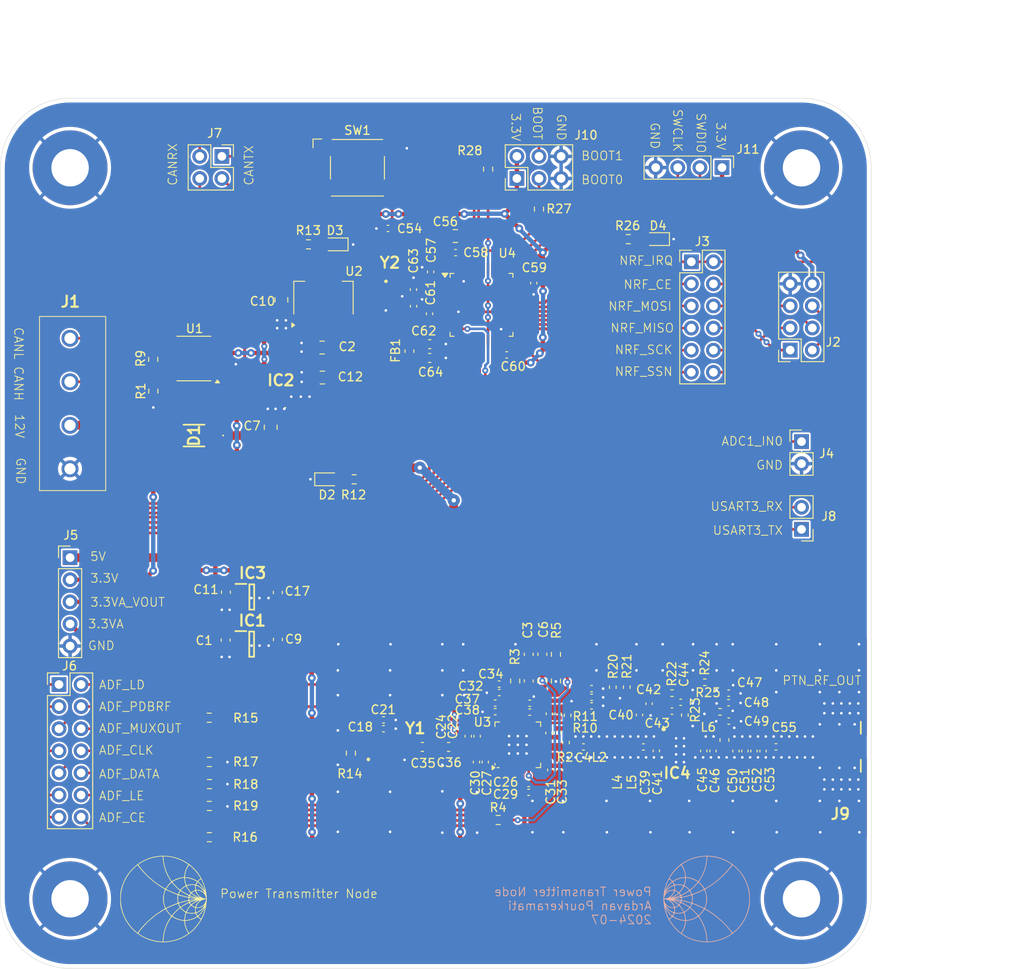
<source format=kicad_pcb>
(kicad_pcb (version 20240108) (generator "pcbnew") (generator_version "8.0")
  (title_block (title "Power Transmitter Node") (rev "1"))
  (layers (0 "F.Cu" signal) (31 "B.Cu" power) (34 "B.Paste" user) (35 "F.Paste" user) (36 "B.SilkS" user "B.Silkscreen") (37 "F.SilkS" user "F.Silkscreen") (38 "B.Mask" user) (39 "F.Mask" user) (44 "Edge.Cuts" user))
  (net 0 "")
  (net 1 "+5V")
  (net 2 "GND")
  (net 3 "ADF4351_CPOUT")
  (net 4 "+12V")
  (net 5 "GRF5509_RFIN")
  (net 6 "ADF4351_RFOUTA+")
  (net 7 "ADF4351_VTUNE")
  (net 8 "+3.3V")
  (net 9 "+3.3VA")
  (net 10 "ADF4351_TEMP")
  (net 11 "ADF4351_VCOM")
  (net 12 "+3.3VA_VOUT")
  (net 13 "Net-(Y1-OUT)")
  (net 14 "ADF4351_REFIN")
  (net 15 "ADF4351_VREF")
  (net 16 "Net-(IC4-RF_IN_1)")
  (net 17 "/GRF5509_VEN1")
  (net 18 "/GRF5509_VEN2")
  (net 19 "STM32_NRST")
  (net 20 "Net-(IC4-GND{slash}NC_8)")
  (net 21 "/GRF5509_RFOUT")
  (net 22 "VDDA")
  (net 23 "STM32_HSE_IN")
  (net 24 "STM32_HSE_OUT")
  (net 25 "/12V_IN")
  (net 26 "Net-(D2-A)")
  (net 27 "Net-(D3-A)")
  (net 28 "Net-(D4-A)")
  (net 30 "Net-(IC4-RF_OUT{slash}VCC2_1)")
  (net 32 "CANL")
  (net 33 "CANH")
  (net 34 "MCP2551_CANRX")
  (net 35 "NRF24L01P_SSN")
  (net 36 "MCP2551_CANTX")
  (net 37 "ADF4351_SCK")
  (net 38 "NRF24L01P_MISO")
  (net 39 "STM32_ADC1_IN0")
  (net 40 "NRF24L01P_IRQ")
  (net 41 "ADF4351_MUXOUT")
  (net 42 "ADF4351_MOSI")
  (net 43 "NRF24L01P_MOSI")
  (net 44 "ADF4351_SSN")
  (net 45 "NRF24L01P_SCK")
  (net 46 "ADF4351_PDBRF")
  (net 47 "ADF4351_LD")
  (net 48 "NRF24L01P_CE")
  (net 49 "ADF4351_CE")
  (net 50 "SWCLK")
  (net 51 "SWDIO")
  (net 52 "STM32_SPI1_SCK")
  (net 53 "STM32_SPI1_MOSI")
  (net 54 "STM32_SPI1_SSN")
  (net 55 "STM32_ADF_CE")
  (net 56 "STM32_ADF_PDBRF")
  (net 57 "STM32_SPI2_SCK")
  (net 58 "STM32_SPI2_MISO")
  (net 59 "STM32_SPI2_MOSI")
  (net 60 "STM32_SPI2_SSN")
  (net 61 "STM32_NRF_CE")
  (net 62 "STM32_CANTX")
  (net 63 "STM32_CANRX")
  (net 64 "Net-(Y1-OE)")
  (net 65 "/STM32_USER_LED")
  (net 66 "STM32_BOOT0")
  (net 72 "Net-(J10-Pin_2)")
  (net 74 "/STM32_SPI1_MISO")
  (net 78 "STM32_USART3_RX")
  (net 80 "STM32_USART3_TX")
  (net 82 "STM32_ADF_LD")
  (net 83 "STM32_ADF_MUXOUT")
  (net 85 "Net-(J10-Pin_5)")
  (net 86 "Net-(U1-Rs)")
  (net 87 "Net-(U3-RSET)")
  (net 90 "Net-(C6-Pad2)")
  (net 92 "Net-(IC4-VCC1)")
  (net 93 "Net-(IC4-BIAS)")
  (net 94 "STM32_BOOT1")
  (net 95 "ADF4351_RFOUTA-")
  (net 96 "ADF4351_SW")
  (net 97 "Net-(R4-Pad2)")
  (net 98 "Net-(C35-Pad2)")
  (net 99 "Net-(C39-Pad1)")
  (net 100 "Net-(C4-Pad2)")
  (net 101 "Net-(C13-Pad2)")
  (footprint "Resistor_SMD:R_0603_1608Metric" (layer "F.Cu") (at 144.105 58.2 180)
    (property "Reference" "R26")
    (property "Value" "100R")
  )
  (footprint "Resistor_SMD:R_0402_1005Metric" (layer "F.Cu") (at 149.13 110.364 180)
    (property "Reference" "R22")
    (property "Value" "0R")
  )
  (footprint "Capacitor_SMD:C_0402_1005Metric" (layer "F.Cu") (at 128.82 111.51 180)
    (property "Reference" "C37")
    (property "Value" "10p")
  )
  (footprint "MountingHole:MountingHole_4.3mm_M4_Pad" (layer "F.Cu") (at 80 134)
    (property "Reference" "H3" (hide yes))
    (property "Value" "MountingHole_Pad")
  )
  (footprint "project_footprint_library:AZ1084CD50TRG1_LDO_5V" (layer "F.Cu") (at 111.04 79.87 -90)
    (property "Reference" "IC2")
    (property "Value" "AZ1084CD-5.0TRG1" (hide yes))
  )
  (footprint "Capacitor_SMD:C_0402_1005Metric" (layer "F.Cu") (at 149.12 112.43)
    (property "Reference" "C43")
    (property "Value" "~")
  )
  (footprint "Connector_PinHeader_2.54mm:PinHeader_1x02_P2.54mm_Vertical" (layer "F.Cu") (at 164 81.46)
    (property "Reference" "J4")
    (property "Value" "ADC_IN_CONN")
  )
  (footprint "Resistor_SMD:R_0603_1608Metric" (layer "F.Cu") (at 107.375 58.8 180)
    (property "Reference" "R13")
    (property "Value" "100R")
  )
  (footprint "Capacitor_SMD:C_0402_1005Metric" (layer "F.Cu") (at 153.83 117.01 90)
    (property "Reference" "C46")
    (property "Value" "~")
  )
  (footprint "Inductor_SMD:L_0603_1608Metric" (layer "F.Cu") (at 155.15 115.75 90)
    (property "Reference" "L6")
    (property "Value" "24n")
  )
  (footprint "Resistor_SMD:R_0402_1005Metric" (layer "F.Cu") (at 135.99 114.929999 -90)
    (property "Reference" "R10")
    (property "Value" "50R")
  )
  (footprint "Capacitor_SMD:C_0603_1608Metric" (layer "F.Cu") (at 123.475 116.55)
    (property "Reference" "C36")
    (property "Value" "1n")
  )
  (footprint "Capacitor_SMD:C_0603_1608Metric" (layer "F.Cu") (at 97.866 104.270001 -90)
    (property "Reference" "C1")
    (property "Value" "1u")
  )
  (footprint "Capacitor_SMD:C_0402_1005Metric" (layer "F.Cu") (at 119.443 65.905 -90)
    (property "Reference" "C65" (hide yes))
    (property "Value" "10p")
  )
  (footprint "Capacitor_SMD:C_0603_1608Metric" (layer "F.Cu") (at 132.676 108.969 90)
    (property "Reference" "C8" (hide yes))
    (property "Value" "1.2n")
  )
  (footprint "Connector_PinHeader_2.54mm:PinHeader_2x06_P2.54mm_Vertical" (layer "F.Cu") (at 151.345 60.8)
    (property "Reference" "J3")
    (property "Value" "NRF_JUMPER_BANK")
  )
  (footprint "Capacitor_SMD:C_0402_1005Metric" (layer "F.Cu") (at 116.51 56.97)
    (property "Reference" "C54")
    (property "Value" "0.1u")
  )
  (footprint "Capacitor_SMD:C_0402_1005Metric" (layer "F.Cu") (at 124.27 59.75 180)
    (property "Reference" "C58")
    (property "Value" "0.1u")
  )
  (footprint "Inductor_SMD:L_0402_1005Metric" (layer "F.Cu") (at 144.34 117.02 -90)
    (property "Reference" "L5")
    (property "Value" "6.8n")
  )
  (footprint "project_footprint_library:SOT95P280X100-5N" (layer "F.Cu") (at 100.85 104.74)
    (property "Reference" "IC1")
    (property "Value" "ADP150AUJZ-3.3-R7" (hide yes))
  )
  (footprint "project_footprint_library:16MHz_830108288709" (layer "F.Cu") (at 116.778 64.746 -90)
    (property "Reference" "Y2")
    (property "Value" "16MHz" (hide yes))
  )
  (footprint "project_footprint_library:TB00250004BE_SCREW_TERMINAL" (layer "F.Cu") (at 79.99 69.59 -90)
    (property "Reference" "J1")
    (property "Value" "TB002-500-04BE" (hide yes))
  )
  (footprint "Resistor_SMD:R_0603_1608Metric" (layer "F.Cu") (at 89.545 72.015 90)
    (property "Reference" "R9")
    (property "Value" "120R")
  )
  (footprint "Capacitor_SMD:C_0805_2012Metric" (layer "F.Cu") (at 104.265499 65.17 -90)
    (property "Reference" "C10")
    (property "Value" "10u")
  )
  (footprint "Package_CSP:LFCSP-32-1EP_5x5mm_P0.5mm_EP3.25x3.25mm" (layer "F.Cu") (at 131.418 116.304 90)
    (property "Reference" "U3")
    (property "Value" "ADF4351")
  )
  (footprint "Inductor_SMD:L_0402_1005Metric" (layer "F.Cu") (at 140.875 116.55)
    (property "Reference" "L2")
    (property "Value" "1.9n")
  )
  (footprint "Capacitor_SMD:C_0402_1005Metric" (layer "F.Cu") (at 130.14 71.5)
    (property "Reference" "C60")
    (property "Value" "0.1u")
  )
  (footprint "Capacitor_SMD:C_0805_2012Metric" (layer "F.Cu") (at 124.24 57.85 180)
    (property "Reference" "C56")
    (property "Value" "10u")
  )
  (footprint "Inductor_SMD:L_0402_1005Metric" (layer "F.Cu") (at 142.81 116.56)
    (property "Reference" "L4")
    (property "Value" "6.8n")
  )
  (footprint "Capacitor_SMD:C_0402_1005Metric" (layer "F.Cu") (at 128.821 112.499 180)
    (property "Reference" "C38")
    (property "Value" "0.1u")
  )
  (footprint "LED_SMD:LED_0603_1608Metric" (layer "F.Cu") (at 110.437501 58.8 180)
    (property "Reference" "D3")
    (property "Value" "LED")
  )
  (footprint "Capacitor_SMD:C_0402_1005Metric" (layer "F.Cu") (at 133.25 63.25 90)
    (property "Reference" "C59")
    (property "Value" "0.1u")
  )
  (footprint "Capacitor_SMD:C_0402_1005Metric" (layer "F.Cu") (at 136.21 119.19 -90)
    (property "Reference" "C33")
    (property "Value" "0.1u")
  )
  (footprint "Capacitor_SMD:C_0402_1005Metric" (layer "F.Cu") (at 156.47 117.02 90)
    (property "Reference" "C50")
    (property "Value" "~")
  )
  (footprint "MountingHole:MountingHole_4.3mm_M4_Pad" (layer "F.Cu") (at 80 50)
    (property "Reference" "H1" (hide yes))
    (property "Value" "MountingHole_Pad")
  )
  (footprint "Capacitor_SMD:C_0402_1005Metric" (layer "F.Cu") (at 119.43 64 -90)
    (property "Reference" "C63")
    (property "Value" "10p")
  )
  (footprint "project_footprint_library:SIT5000AICGE33E025000000X" (layer "F.Cu") (at 116.254 117.283)
    (property "Reference" "Y1")
    (property "Value" "SIT5000AICGE-33E0-25.000000X" (hide yes))
  )
  (footprint "Capacitor_SMD:C_0402_1005Metric" (layer "F.Cu") (at 155.65 113.58)
    (property "Reference" "C49")
    (property "Value" "100p")
  )
  (footprint "Capacitor_SMD:C_0402_1005Metric" (layer "F.Cu") (at 121.28 66.78 -90)
    (property "Reference" "C61")
    (property "Value" "10n")
  )
  (footprint "Resistor_SMD:R_0603_1608Metric" (layer "F.Cu") (at 129.16 124.94)
    (property "Reference" "R4")
    (property "Value" "~")
  )
  (footprint "Package_SO:SOIC-8_3.9x4.9mm_P1.27mm" (layer "F.Cu") (at 94.22 71.92 180)
    (property "Reference" "U1")
    (property "Value" "MCP2551-I-SN")
  )
  (footprint "Resistor_SMD:R_0402_1005Metric" (layer "F.Cu") (at 143.93 109.68 -90)
    (property "Reference" "R21")
    (property "Value" "6.8k")
  )
  (footprint "Capacitor_SMD:C_0603_1608Metric" (layer "F.Cu") (at 103.855 98.807 -90)
    (property "Reference" "C17")
    (property "Value" "1u")
  )
  (footprint "Capacitor_SMD:C_0402_1005Metric" (layer "F.Cu") (at 139.89 109.85)
    (property "Reference" "C16" (hide yes))
    (property "Value" "120p")
  )
  (footprint "Capacitor_SMD:C_0402_1005Metric" (layer "F.Cu") (at 116 113.44)
    (property "Reference" "C21")
    (property "Value" "0.1u")
  )
  (footprint "Resistor_SMD:R_0402_1005Metric" (layer "F.Cu") (at 150.602 112.887 -90)
    (property "Reference" "R23")
    (property "Value" "0R")
  )
  (footprint "LOGO" (layer "F.Cu") (at 90.721833 134)
    (property "Reference" "G***" (hide yes))
    (property "Value" "LOGO" (hide yes))
  )
  (footprint "Capacitor_SMD:C_0603_1608Metric" (layer "F.Cu") (at 132.676 105.909 90)
    (property "Reference" "C3")
    (property "Value" "2.7n")
  )
  (footprint "Button_Switch_SMD:SW_SPST_Omron_B3FS-100xP" (layer "F.Cu") (at 113 50)
    (property "Reference" "SW1")
    (property "Value" "SW_Push")
  )
  (footprint "Resistor_SMD:R_0603_1608Metric" (layer "F.Cu") (at 135.796 108.969 -90)
    (property "Reference" "R7" (hide yes))
    (property "Value" "0R")
  )
  (footprint "Capacitor_SMD:C_0402_1005Metric" (layer "F.Cu") (at 115.991 114.455)
    (property "Reference" "C18")
    (property "Value" "10p")
  )
  (footprint "Capacitor_SMD:C_0402_1005Metric" (layer "F.Cu") (at 155.64 110.368)
    (property "Reference" "C47")
    (property "Value" "~")
  )
  (footprint "Connector_PinHeader_2.54mm:PinHeader_2x03_P2.54mm_Vertical" (layer "F.Cu") (at 131.31 51.23 90)
    (property "Reference" "J10")
    (property "Value" "BOOT_SEL_JUMPER_BANK")
  )
  (footprint "MountingHole:MountingHole_4.3mm_M4_Pad" (layer "F.Cu") (at 164 134)
    (property "Reference" "H4" (hide yes))
    (property "Value" "MountingHole_Pad")
  )
  (footprint "Capacitor_SMD:C_0402_1005Metric" (layer "F.Cu") (at 135.2 119.19 -90)
    (property "Reference" "C31")
    (property "Value" "10p")
  )
  (footprint "Resistor_SMD:R_0402_1005Metric" (layer "F.Cu") (at 137.14 112.91 90)
    (property "Reference" "R11")
    (property "Value" "50R")
  )
  (footprint "Capacitor_SMD:C_0402_1005Metric" (layer "F.Cu") (at 132.79 111.53)
    (property "Reference" "C28" (hide yes))
    (property "Value" "0.1u")
  )
  (footprint "Capacitor_SMD:C_0402_1005Metric" (layer "F.Cu") (at 132.66 120.74)
    (property "Reference" "C26")
    (property "Value" "10p")
  )
  (footprint "Resistor_SMD:R_0603_1608Metric" (layer "F.Cu") (at 134.236 108.969 -90)
    (property "Reference" "R6" (hide yes))
    (property "Value" "1k")
  )
  (footprint "Resistor_SMD:R_0603_1608Metric" (layer "F.Cu") (at 95.99 123.33 180)
    (property "Reference" "R19")
    (property "Value" "10k")
  )
  (footprint "Resistor_SMD:R_0603_1608Metric" (layer "F.Cu") (at 89.56 75.665 90)
    (property "Reference" "R1")
    (property "Value" "1k")
  )
  (footprint "Capacitor_SMD:C_0402_1005Metric" (layer "F.Cu") (at 136.04 112.74 90)
    (property "Reference" "C19" (hide yes))
    (property "Value" "0.1u")
  )
  (footprint "LED_SMD:LED_0603_1608Metric" (layer "F.Cu") (at 147.346503 58.195 180)
    (property "Reference" "D4")
    (property "Value" "LED")
  )
  (footprint "project_footprint_library:142-0701-851" (layer "F.Cu") (at 164.41 114.33925 90)
    (property "Reference" "J9")
    (property "Value" "142-0701-801" (hide yes))
  )
  (footprint "Capacitor_SMD:C_0402_1005Metric" (layer "F.Cu") (at 155.63 111.47)
    (property "Reference" "C48")
    (property "Value" "0.1u")
  )
  (footprint "Capacitor_SMD:C_0805_2012Metric" (layer "F.Cu") (at 108.9425 70.66 180)
    (property "Reference" "C2")
    (property "Value" "10u")
  )
  (footprint "Connector_PinSocket_2.54mm:PinSocket_2x04_P2.54mm_Vertical" (layer "F.Cu") (at 162.7 70.95 180)
    (property "Reference" "J2")
    (property "Value" "NRF_CONN")
  )
  (footprint "Capacitor_SMD:C_0402_1005Metric" (layer "F.Cu") (at 161.07 116.54)
    (property "Reference" "C55")
    (property "Value" "20p")
  )
  (footprint "Capacitor_SMD:C_0402_1005Metric" (layer "F.Cu") (at 147.33 117 -90)
    (property "Reference" "C41")
    (property "Value" "~")
  )
  (footprint "Package_QFP:LQFP-48_7x7mm_P0.5mm" (layer "F.Cu") (at 127.25 65.75)
    (property "Reference" "U4")
    (property "Value" "STM32F103C8T6")
  )
  (footprint "Capacitor_SMD:C_0402_1005Metric" (layer "F.Cu") (at 126.75 115.32 90)
    (property "Reference" "C22")
    (property "Value" "10p")
  )
  (footprint "Connector_PinHeader_2.54mm:PinHeader_1x05_P2.54mm_Vertical" (layer "F.Cu") (at 80 94.796)
    (property "Reference" "J5")
    (property "Value" "POWER_OUT_CONN")
  )
  (footprint "Capacitor_SMD:C_0603_1608Metric" (layer "F.Cu") (at 134.236 105.909 90)
    (property "Reference" "C6")
    (property "Value" "47n")
  )
  (footprint "Capacitor_SMD:C_0603_1608Metric" (layer "F.Cu") (at 120.459 116.549)
    (property "Reference" "C35")
    (property "Value" "1n")
  )
  (footprint "Connector_PinHeader_2.54mm:PinHeader_2x07_P2.54mm_Vertical" (layer "F.Cu") (at 78.725 109.375)
    (property "Reference" "J6")
    (property "Value" "ADF_JUMPER_BANK")
  )
  (footprint "Capacitor_SMD:C_0603_1608Metric" (layer "F.Cu") (at 121.3 70.27 180)
    (property "Reference" "C62")
    (property "Value" "1u")
  )
  (footprint "Capacitor_SMD:C_0603_1608Metric" (layer "F.Cu") (at 97.894 98.769 -90)
    (property "Reference" "C11")
    (property "Value" "1u")
  )
  (footprint "Capacitor_SMD:C_0805_2012Metric" (layer "F.Cu") (at 108.969 74.105 180)
    (property "Reference" "C12")
    (property "Value" "22u")
  )
  (footprint "Capacitor_SMD:C_0402_1005Metric" (layer "F.Cu") (at 145.394 112.875 90)
    (property "Reference" "C40")
    (property "Value" "~")
  )
  (footprint "Capacitor_SMD:C_0402_1005Metric" (layer "F.Cu") (at 129.287 110.301 180)
    (property "Reference" "C32")
    (property "Value" "10p")
  )
  (footprint "Resistor_SMD:R_0402_1005Metric" (layer "F.Cu") (at 142.328 109.684 90)
    (property "Reference" "R20")
    (property "Value" "3.3k")
  )
  (footprint "Resistor_SMD:R_0603_1608Metric" (layer "F.Cu") (at 96 120.82 180)
    (property "Reference" "R18")
    (property "Value" "10k")
  )
  (footprint "Resistor_SMD:R_0603_1608Metric" (layer "F.Cu") (at 131.116 108.969 90)
    (property "Reference" "R3")
    (property "Value" "5.1k")
  )
  (footprint "Capacitor_SMD:C_0402_1005Metric" (layer "F.Cu") (at 132.66 121.76)
    (property "Reference" "C29")
    (property "Value" "0.1u")
  )
  (footprint "Capacitor_SMD:C_0603_1608Metric" (layer "F.Cu") (at 103.866 104.199002 -90)
    (property "Reference" "C9")
    (property "Value" "1u")
  )
  (footprint "Capacitor_SMD:C_0402_1005Metric" (layer "F.Cu") (at 150.12 111.42)
    (property "Reference" "C44")
    (property "Value" "0.1u")
  )
  (footprint "Connector_PinHeader_2.54mm:PinHeader_1x04_P2.54mm_Vertical" (layer "F.Cu") (at 154.87 49.98 -90)
    (property "Reference" "J11")
    (property "Value" "Conn_01x04")
  )
  (footprint "Connector_PinHeader_2.54mm:PinHeader_1x02_P2.54mm_Vertical" (layer "F.Cu") (at 164 91.55 180)
    (property "Reference" "J8")
    (property "Value" "UART_CONN")
  )
  (footprint "Capacitor_SMD:C_0402_1005Metric" (layer "F.Cu") (at 138.96 116.55)
    (property "Reference" "C4")
    (property "Value" "100p")
  )
  (footprint "Capacitor_SMD:C_0402_1005Metric" (layer "F.Cu") (at 127.68 118.29 90)
    (property "Reference" "C27")
    (property "Value" "10p")
  )
  (footprint "MountingHole:MountingHole_4.3mm_M4_Pad" (layer "F.Cu") (at 164 50)
    (property "Reference" "H2" (hide yes))
    (property "Value" "MountingHole_Pad")
  )
  (footprint "Inductor_SMD:L_0603_1608Metric" (layer "F.Cu") (at 118.97 71.066 -90)
    (property "Reference" "FB1")
    (property "Value" "120R")
  )
  (footprint "Resistor_SMD:R_0603_1608Metric" (layer "F.Cu") (at 95.995 126.92)
    (property "Reference" "R16")
    (property "Value" "10k")
  )
  (footprint "Capacitor_SMD:C_0402_1005Metric" (layer "F.Cu") (at 121.41 61.96 -90)
    (property "Reference" "C57")
    (property "Value" "0.1u")
  )
  (footprint "Resistor_SMD:R_0603_1608Metric" (layer "F.Cu") (at 112.251 117.265 -90)
    (property "Reference" "R14")
    (property "Value" "2k")
  )
  (footprint "project_footprint_library:QFN50P300X300X85-17N" (layer "F.Cu") (at 150.05 116.013)
    (property "Reference" "IC4")
    (property "Value" "GRF5509" (hide yes))
  )
  (footprint "Capacitor_SMD:C_0402_1005Metric" (layer "F.Cu") (at 126.67 118.29 90)
    (property "Reference" "C30")
    (property "Value" "0.1u")
  )
  (footprint "Capacitor_SMD:C_0402_1005Metric" (layer "F.Cu") (at 135.04 112.74 90)
    (property "Reference" "C15" (hide yes))
    (property "Value" "10p")
  )
  (footprint "project_footprint_library:SOT95P280X100-5N" (layer "F.Cu") (at 100.866 99.316)
    (property "Reference" "IC3")
    (property "Value" "ADP150AUJZ-3.3-R7" (hide yes))
  )
  (footprint "Resistor_SMD:R_0603_1608Metric" (layer "F.Cu") (at 95.98 113.19)
    (property "Reference" "R15")
    (property "Value" "10k")
  )
  (footprint "Resistor_SMD:R_0603_1608Metric" (layer "F.Cu") (at 133.85 54.75 90)
    (property "Reference" "R27")
    (property "Value" "10k")
  )
  (footprint "Resistor_SMD:R_0402_1005Metric" (layer "F.Cu") (at 152.89 109.12)
    (property "Reference" "R24")
    (property "Value" "0R")
  )
  (footprint "Capacitor_SMD:C_0402_1005Metric" (layer "F.Cu") (at 134.99 114.949998 90)
    (property "Reference" "C13" (hide yes))
    (property "Value" "100p")
  )
  (footprint "Capacitor_SMD:C_0402_1005Metric" (layer "F.Cu") (at 129.275 109.327 180)
    (property "Reference" "C34")
    (property "Value" "0.1u")
  )
  (footprint "Resistor_SMD:R_0603_1608Metric" (layer "F.Cu") (at 95.995 118.28 180)
    (property "Reference" "R17")
    (property "Value" "10k")
  )
  (footprint "Resistor_SMD:R_0603_1608Metric" (layer "F.Cu") (at 112.625 85.8)
    (property "Reference" "R12")
    (property "Value" "250R")
  )
  (footprint "LED_SMD:LED_0603_1608Metric" (layer "F.Cu") (at 109.579499 85.8)
    (property "Reference" "D2")
    (property "Value" "LED")
  )
  (footprint "Capacitor_SMD:C_0402_1005Metric" (layer "F.Cu") (at 146.5 111.58 -90)
    (property "Reference" "C42")
    (property "Value" "~")
  )
  (footprint "Capacitor_SMD:C_0402_1005Metric" (layer "F.Cu") (at 139.89 111.83)
    (property "Reference" "C23" (hide yes))
    (property "Value" "120p")
  )
  (footprint "Capacitor_SMD:C_0402_1005Metric" (layer "F.Cu") (at 139.89 110.84)
    (property "Reference" "C20" (hide yes))
    (property "Value" "0.1u")
  )
  (footprint "Capacitor_SMD:C_0603_1608Metric" (layer "F.Cu") (at 121.295 71.85 180)
    (property "Reference" "C64")
    (property "Value" "1u")
  )
  (footprint "Capacitor_SMD:C_0402_1005Metric" (layer "F.Cu") (at 157.5 117.02 90)
    (property "Reference" "C51")
    (property "Value" "~")
  )
  (footprint "Resistor_SMD:R_0603_1608Metric" (layer "F.Cu") (at 128.01 50.16 -90)
    (property "Reference" "R28")
    (property "Value" "10k")
  )
  (footprint "Capacitor_SMD:C_0402_1005Metric" (layer "F.Cu") (at 145.84 116.55)
    (property "Reference" "C39")
    (property "Value" "5.6p")
  )
  (footprint "Capacitor_SMD:C_0402_1005Metric" (layer "F.Cu") (at 158.54 117.02 90)
    (property "Reference" "C52")
    (property "Value" "~")
  )
  (footprint "Package_TO_SOT_SMD:SOT-223-3_TabPin2" (layer "F.Cu") (at 109.1 64.95 90)
    (property "Reference" "U2")
    (property "Value" "NCP1117-3.3_SOT223")
  )
  (footprint "Capacitor_SMD:C_0402_1005Metric" (layer "F.Cu") (at 159.58 117.02 90)
    (property "Reference" "C53")
    (property "Value" "12p")
  )
  (footprint "Capacitor_SMD:C_0402_1005Metric" (layer "F.Cu") (at 152.773 117.007 90)
    (property "Reference" "C45")
    (property "Value" "~")
  )
  (footprint "Resistor_SMD:R_0402_1005Metric" (layer "F.Cu") (at 154.64 112.517 180)
    (property "Reference" "R25")
    (property "Value" "0R")
  )
  (footprint "Capacitor_SMD:C_0402_1005Metric" (layer "F.Cu") (at 125.724306 115.317892 90)
    (property "Reference" "C24")
    (property "Value" "0.1u")
  )
  (footprint "project_footprint_library:RF302LAM2STR_DIODE" (layer "F.Cu") (at 94.23 80.77 -90)
    (property "Reference" "D1")
    (property "Value" "D" (hide yes))
  )
  (footprint "Capacitor_SMD:C_0805_2012Metric" (layer "F.Cu") (at 103.039 79.82 90)
    (property "Reference" "C7")
    (property "Value" "10u")
  )
  (footprint "Connector_PinHeader_2.54mm:PinHeader_2x02_P2.54mm_Vertical" (layer "F.Cu") (at 97.43 48.69 -90)
    (property "Reference" "J7")
    (property "Value" "MCP2551_JUMPER_BANK")
  )
  (footprint "Capacitor_SMD:C_0402_1005Metric" (layer "F.Cu") (at 132.792 112.55)
    (property "Reference" "C25" (hide yes))
    (property "Value" "10p")
  )
  (footprint "Resistor_SMD:R_0603_1608Metric" (layer "F.Cu") (at 135.796 105.909 -90)
    (property "Reference" "R5")
    (property "Value" "360R")
  )
  (footprint "Resistor_SMD:R_0402_1005Metric" (layer "F.Cu") (at 136.95 116.04 -90)
    (property "Reference" "R2")
    (property "Value" "50R")
  )
  (footprint "LOGO" (layer "B.Cu") (at 153.108167 134 180)
    (property "Reference" "G***" (hide yes))
    (property "Value" "LOGO" (hide yes))
  )
  (gr_line (start 172 50) (end 172 134) (stroke (width 0.05)) (layer "Edge.Cuts"))
  (gr_line (start 72 134) (end 72 50) (stroke (width 0.05)) (layer "Edge.Cuts"))
  (gr_line (start 80 42) (end 164 42) (stroke (width 0.05)) (layer "Edge.Cuts"))
  (gr_arc (start 172 134) (mid 169.656854 139.656854) (end 164 142) (stroke (width 0.05)) (layer "Edge.Cuts"))
  (gr_arc (start 72 50) (mid 74.343146 44.343146) (end 80 42) (stroke (width 0.05)) (layer "Edge.Cuts"))
  (gr_arc (start 164 42) (mid 169.656854 44.343146) (end 172 50) (stroke (width 0.05)) (layer "Edge.Cuts"))
  (gr_line (start 164 142) (end 80 142) (stroke (width 0.05)) (layer "Edge.Cuts"))
  (gr_arc (start 80 142) (mid 74.343146 139.656854) (end 72 134) (stroke (width 0.05)) (layer "Edge.Cuts"))
  (gr_text "Power Transmitter Node\nArdavan Pourkeramati\n2024-07" (at 146.86 137 0) (layer "B.SilkS") (effects (font (size 1 1) (thickness 0.1)) (justify left bottom mirror)))
  (gr_text "Power Transmitter Node" (at 97.17 134 0) (layer "F.SilkS") (effects (font (size 1 1) (thickness 0.1)) (justify left bottom)))
  (gr_text "GND" (at 73.75 83.25 270) (layer "F.SilkS") (effects (font (size 1 1) (thickness 0.1)) (justify left bottom)))
  (gr_text "12V" (at 73.62 78.25 270) (layer "F.SilkS") (effects (font (size 1 1) (thickness 0.1)) (justify left bottom)))
  (gr_text "ADF_PDBRF" (at 83.25 112.5 0) (layer "F.SilkS") (effects (font (size 1 1) (thickness 0.1)) (justify left bottom)))
  (gr_text "3.3VA_VOUT" (at 82.25 100.5 0) (layer "F.SilkS") (effects (font (size 1 1) (thickness 0.1)) (justify left bottom)))
  (gr_text "GND" (at 135.83 43.76 -90) (layer "F.SilkS") (effects (font (size 1 1) (thickness 0.1)) (justify left bottom)))
  (gr_text "ADF_CLK" (at 83.25 117.5 0) (layer "F.SilkS") (effects (font (size 1 1) (thickness 0.1)) (justify left bottom)))
  (gr_text "CANL" (at 73.5 68.25 -90) (layer "F.SilkS") (effects (font (size 1 1) (thickness 0.1)) (justify left bottom)))
  (gr_text "GND" (at 146.58 44.73 -90) (layer "F.SilkS") (effects (font (size 1 1) (thickness 0.1)) (justify left bottom)))
  (gr_text "USART3_TX" (at 153.75 92.25 0) (layer "F.SilkS") (effects (font (size 1 1) (thickness 0.1)) (justify left bottom)))
  (gr_text "CANRX" (at 92.37 52.12 90) (layer "F.SilkS") (effects (font (size 1 1) (thickness 0.1)) (justify left bottom)))
  (gr_text "ADF_LE" (at 83.25 122.75 0) (layer "F.SilkS") (effects (font (size 1 1) (thickness 0.1)) (justify left bottom)))
  (gr_text "BOOT0" (at 138.65 51.96 0) (layer "F.SilkS") (effects (font (size 1 1) (thickness 0.1)) (justify left bottom)))
  (gr_text "BOOT" (at 133.09 42.89 -90) (layer "F.SilkS") (effects (font (size 1 1) (thickness 0.1)) (justify left bottom)))
  (gr_text "3.3V" (at 130.6 43.65 -90) (layer "F.SilkS") (effects (font (size 1 1) (thickness 0.1)) (justify left bottom)))
  (gr_text "ADF_LD" (at 83.25 110 0) (layer "F.SilkS") (effects (font (size 1 1) (thickness 0.1)) (justify left bottom)))
  (gr_text "NRF_SSN" (at 142.5 74 0) (layer "F.SilkS") (effects (font (size 1 1) (thickness 0.1)) (justify left bottom)))
  (gr_text "5V" (at 82.25 95.25 0) (layer "F.SilkS") (effects (font (size 1 1) (thickness 0.1)) (justify left bottom)))
  (gr_text "SWDIO" (at 151.87 43.63 -90) (layer "F.SilkS") (effects (font (size 1 1) (thickness 0.1)) (justify left bottom)))
  (gr_text "GND" (at 82 105.5 0) (layer "F.SilkS") (effects (font (size 1 1) (thickness 0.1)) (justify left bottom)))
  (gr_text "BOOT1" (at 138.65 49.21 0) (layer "F.SilkS") (effects (font (size 1 1) (thickness 0.1)) (justify left bottom)))
  (gr_text "3.3V" (at 154.14 44.68 -90) (layer "F.SilkS") (effects (font (size 1 1) (thickness 0.1)) (justify left bottom)))
  (gr_text "3.3VA" (at 82 103 0) (layer "F.SilkS") (effects (font (size 1 1) (thickness 0.1)) (justify left bottom)))
  (gr_text "NRF_MOSI" (at 141.75 66.5 0) (layer "F.SilkS") (effects (font (size 1 1) (thickness 0.1)) (justify left bottom)))
  (gr_text "ADF_MUXOUT" (at 83.25 115 0) (layer "F.SilkS") (effects (font (size 1 1) (thickness 0.1)) (justify left bottom)))
  (gr_text "CANTX" (at 101.13 52.1 90) (layer "F.SilkS") (effects (font (size 1 1) (thickness 0.1)) (justify left bottom)))
  (gr_text "GND" (at 158.75 84.75 0) (layer "F.SilkS") (effects (font (size 1 1) (thickness 0.1)) (justify left bottom)))
  (gr_text "ADF_CE" (at 83.25 125.25 0) (layer "F.SilkS") (effects (font (size 1 1) (thickness 0.1)) (justify left bottom)))
  (gr_text "ADF_DATA" (at 83.25 120.25 0) (layer "F.SilkS") (effects (font (size 1 1) (thickness 0.1)) (justify left bottom)))
  (gr_text "3.3V" (at 82.25 97.75 0) (layer "F.SilkS") (effects (font (size 1 1) (thickness 0.1)) (justify left bottom)))
  (gr_text "USART3_RX" (at 153.5 89.5 0) (layer "F.SilkS") (effects (font (size 1 1) (thickness 0.1)) (justify left bottom)))
  (gr_text "NRF_CE" (at 143.5 64 0) (layer "F.SilkS") (effects (font (size 1 1) (thickness 0.1)) (justify left bottom)))
  (gr_text "NRF_IRQ" (at 143 61.25 0) (layer "F.SilkS") (effects (font (size 1 1) (thickness 0.1)) (justify left bottom)))
  (gr_text "PTN_RF_OUT" (at 161.75 109.5 0) (layer "F.SilkS") (effects (font (size 1 1) (thickness 0.1)) (justify left bottom)))
  (gr_text "NRF_SCK" (at 142.5 71.5 0) (layer "F.SilkS") (effects (font (size 1 1) (thickness 0.1)) (justify left bottom)))
  (gr_text "CANH" (at 73.5 72.75 270) (layer "F.SilkS") (effects (font (size 1 1) (thickness 0.1)) (justify left bottom)))
  (gr_text "SWCLK" (at 149.19 43.19 -90) (layer "F.SilkS") (effects (font (size 1 1) (thickness 0.1)) (justify left bottom)))
  (gr_text "NRF_MISO" (at 142 69 0) (layer "F.SilkS") (effects (font (size 1 1) (thickness 0.1)) (justify left bottom)))
  (gr_text "ADC1_IN0" (at 154.75 82 0) (layer "F.SilkS") (effects (font (size 1 1) (thickness 0.1)) (justify left bottom)))
  (segment (start 99.04 105.930001) (end 99.04 106.930001) (width 0.5) (layer "F.Cu") (net 1))
  (segment (start 155.12 95.55) (end 154.33 94.76) (width 1) (layer "F.Cu") (net 1))
  (segment (start 97.894 97.994) (end 96.71 97.994) (width 0.5) (layer "F.Cu") (net 1))
  (segment (start 99.28 105.690001) (end 99.04 105.930001) (width 0.5) (layer "F.Cu") (net 1))
  (segment (start 96.745 103.495001) (end 96.68 103.430001) (width 0.5) (layer "F.Cu") (net 1))
  (segment (start 109.919 74.105) (end 117.815 74.105) (width 1) (layer "F.Cu") (net 1))
  (segment (start 98.84 107.130001) (end 96.94 107.130001) (width 0.5) (layer "F.Cu") (net 1))
  (segment (start 96.69 94.796) (end 96.68 94.806) (width 0.5) (layer "F.Cu") (net 1))
  (segment (start 120.15 84.47) (end 120.16 84.46) (width 1) (layer "F.Cu") (net 1))
  (segment (start 118.89 84.47) (end 120.15 84.47) (width 1) (layer "F.Cu") (net 1))
  (segment (start 118.89 84.47) (end 117.56 85.8) (width 1) (layer "F.Cu") (net 1))
  (segment (start 96.68 106.870001) (end 96.68 103.430001) (width 0.5) (layer "F.Cu") (net 1))
  (segment (start 124.062965 88.212965) (end 124.05 88.22593) (width 1) (layer "F.Cu") (net 1))
  (segment (start 80 94.796) (end 80.006 94.79) (width 1) (layer "F.Cu") (net 1))
  (segment (start 125.34 94.76) (end 124.06 93.48) (width 1) (layer "F.Cu") (net 1))
  (segment (start 96.7 71.28) (end 96.695 71.285) (width 0.5) (layer "F.Cu") (net 1))
  (segment (start 155.12 95.55) (end 155.16 95.59) (width 0.5) (layer "F.Cu") (net 1))
  (segment (start 155.15 112.517) (end 155.15 111.47) (width 0.5) (layer "F.Cu") (net 1))
  (segment (start 152.38 109.12) (end 150.6 109.12) (width 0.5) (layer "F.Cu") (net 1))
  (segment (start 109.919 72.989) (end 109.919 74.105) (width 0.5) (layer "F.Cu") (net 1))
  (segment (start 117.56 85.8) (end 113.45 85.8) (width 1) (layer "F.Cu") (net 1))
  (segment (start 143.93 109.17) (end 143.93 94.83) (width 0.5) (layer "F.Cu") (net 1))
  (segment (start 155.15 111.47) (end 155.15 110.378) (width 0.5) (layer "F.Cu") (net 1))
  (segment (start 96.68 103.430001) (end 96.68 101.282) (width 0.5) (layer "F.Cu") (net 1))
  (segment (start 99.04 106.930001) (end 98.84 107.130001) (width 0.5) (layer "F.Cu") (net 1))
  (segment (start 80 94.796) (end 96.69 94.796) (width 1) (layer "F.Cu") (net 1))
  (segment (start 153.4 109.12) (end 155.16 109.12) (width 0.5) (layer "F.Cu") (net 1))
  (segment (start 155.15 113.6) (end 155.17 113.58) (width 0.5) (layer "F.Cu") (net 1))
  (segment (start 122.744 94.796) (end 124.06 93.48) (width 1) (layer "F.Cu") (net 1))
  (segment (start 96.68 101.262) (end 96.68 94.806) (width 0.5) (layer "F.Cu") (net 1))
  (segment (start 155.16 110.368) (end 155.16 109.12) (width 0.5) (layer "F.Cu") (net 1))
  (segment (start 124.05 93.47) (end 124.06 93.48) (width 1) (layer "F.Cu") (net 1))
  (segment (start 99.049999 100.610001) (end 99.049999 101.450001) (width 0.5) (layer "F.Cu") (net 1))
  (segment (start 150.602 111.422) (end 150.6 111.42) (width 0.5) (layer "F.Cu") (net 1))
  (segment (start 118.89 75.18) (end 118.89 84.47) (width 1) (layer "F.Cu") (net 1))
  (segment (start 98.814 101.686) (end 96.684 101.686) (width 0.5) (layer "F.Cu") (net 1))
  (segment (start 105.93 72.67) (end 109.6 72.67) (width 0.5) (layer "F.Cu") (net 1))
  (segment (start 154.33 94.76) (end 125.34 94.76) (width 1) (layer "F.Cu") (net 1))
  (segment (start 96.94 107.130001) (end 96.68 106.870001) (width 0.5) (layer "F.Cu") (net 1))
  (segment (start 96.69 94.796) (end 122.744 94.796) (width 1) (layer "F.Cu") (net 1))
  (segment (start 155.16 95.59) (end 155.16 109.12) (width 0.5) (layer "F.Cu") (net 1))
  (segment (start 99.32 71.28) (end 96.7 71.28) (width 0.5) (layer "F.Cu") (net 1))
  (segment (start 99.049999 101.450001) (end 98.814 101.686) (width 0.5) (layer "F.Cu") (net 1))
  (segment (start 150.602 112.377) (end 150.602 111.422) (width 0.5) (layer "F.Cu") (net 1))
  (segment (start 99.394 100.266) (end 99.049999 100.610001) (width 0.5) (layer "F.Cu") (net 1))
  (segment (start 109.6 72.67) (end 109.919 72.989) (width 0.5) (layer "F.Cu") (net 1))
  (segment (start 96.71 97.994) (end 96.69 97.974) (width 0.5) (layer "F.Cu") (net 1))
  (segment (start 155.17 113.58) (end 155.17 112.537) (width 0.5) (layer "F.Cu") (net 1))
  (segment (start 97.866 103.495001) (end 96.745 103.495001) (width 0.5) (layer "F.Cu") (net 1))
  (segment (start 155.17 112.537) (end 155.15 112.517) (width 0.5) (layer "F.Cu") (net 1))
  (segment (start 150.6 109.12) (end 150.6 94.77) (width 0.5) (layer "F.Cu") (net 1))
  (segment (start 142.328 109.174) (end 142.328 94.828) (width 0.5) (layer "F.Cu") (net 1))
  (segment (start 124.05 88.22593) (end 124.05 93.47) (width 1) (layer "F.Cu") (net 1))
  (segment (start 117.815 74.105) (end 118.89 75.18) (width 1) (layer "F.Cu") (net 1))
  (segment (start 99.6 105.690001) (end 99.28 105.690001) (width 0.5) (layer "F.Cu") (net 1))
  (segment (start 150.6 111.42) (end 150.6 109.12) (width 0.5) (layer "F.Cu") (net 1))
  (segment (start 100.78 71.28) (end 104.54 71.28) (width 0.5) (layer "F.Cu") (net 1))
  (segment (start 99.616 100.266) (end 99.394 100.266) (width 0.5) (layer "F.Cu") (net 1))
  (segment (start 155.15 114.9625) (end 155.15 113.6) (width 0.5) (layer "F.Cu") (net 1))
  (segment (start 155.15 110.378) (end 155.16 110.368) (width 0.5) (layer "F.Cu") (net 1))
  (segment (start 104.54 71.28) (end 105.93 72.67) (width 0.5) (layer "F.Cu") (net 1))
  (via (at 100.78 71.28) (size 0.9) (drill 0.4) (layers "F.Cu" "B.Cu") (net 1))
  (via (at 120.16 84.46) (size 1.4) (drill 0.5) (layers "F.Cu" "B.Cu") (net 1))
  (via (at 124.062965 88.212965) (size 1.4) (drill 0.5) (layers "F.Cu" "B.Cu") (net 1))
  (via (at 99.32 71.28) (size 0.9) (drill 0.4) (layers "F.Cu" "B.Cu") (net 1))
  (segment (start 120.16 84.46) (end 120.31 84.46) (width 1) (layer "B.Cu") (net 1))
  (segment (start 100.78 71.28) (end 99.32 71.28) (width 0.5) (layer "B.Cu") (net 1))
  (segment (start 120.31 84.46) (end 124.062965 88.212965) (width 1) (layer "B.Cu") (net 1))
  (segment (start 129.5 68.54) (end 129.5 69.9125) (width 0.3) (layer "F.Cu") (net 2))
  (segment (start 132.168 117.054) (end 131.418 116.304) (width 0.3) (layer "F.Cu") (net 2))
  (segment (start 132.462 115.26) (end 132.462 115.26) (width 0.3) (layer "F.Cu") (net 2))
  (segment (start 116.03 56.97) (end 115.19 56.97) (width 0.3) (layer "F.Cu") (net 2))
  (segment (start 135.796 109.03) (end 135.79 109.024) (width 0.3) (layer "F.Cu") (net 2))
  (segment (start 132.4 63.5) (end 132.63 63.73) (width 0.3) (layer "F.Cu") (net 2))
  (segment (start 128.795 109.327) (end 128.795 110.289) (width 0.5) (layer "F.Cu") (net 2))
  (segment (start 133.14 120.74) (end 133.3 120.58) (width 0.3) (layer "F.Cu") (net 2))
  (segment (start 149.8 115.763) (end 150.05 116.013) (width 0.2) (layer "F.Cu") (net 2))
  (segment (start 133.27 111.53) (end 133.27 112.548) (width 0.5) (layer "F.Cu") (net 2))
  (segment (start 119.43 63.52) (end 119.43 62.64) (width 0.3) (layer "F.Cu") (net 2))
  (segment (start 128.795 110.289) (end 128.807 110.301) (width 0.5) (layer "F.Cu") (net 2))
  (segment (start 150.8 116.763) (end 150.05 116.013) (width 0.2) (layer "F.Cu") (net 2))
  (segment (start 130.168 117.554) (end 131.418 116.304) (width 0.3) (layer "F.Cu") (net 2))
  (segment (start 125 62.85) (end 125 61.5875) (width 0.3) (layer "F.Cu") (net 2))
  (segment (start 132.462 115.26) (end 131.85 115.26) (width 0.3) (layer "F.Cu") (net 2))
  (segment (start 133.818 118.054) (end 133.168 118.054) (width 0.3) (layer "F.Cu") (net 2))
  (segment (start 118.66 47.75) (end 118.67 47.76) (width 0.5) (layer "F.Cu") (net 2))
  (segment (start 128.466 117.554) (end 128.21 117.81) (width 0.3) (layer "F.Cu") (net 2))
  (segment (start 119.443 65.425) (end 120.115 65.425) (width 0.3) (layer "F.Cu") (net 2))
  (segment (start 133.168 119.457045) (end 133.168 118.704) (width 0.3) (layer "F.Cu") (net 2))
  (segment (start 128.341 112.499) (end 127.381 112.499) (width 0.3) (layer "F.Cu") (net 2))
  (segment (start 140.37 110.84) (end 141.21 110.84) (width 0.3) (layer "F.Cu") (net 2))
  (segment (start 132.62 115.26) (end 132.462 115.26) (width 0.3) (layer "F.Cu") (net 2))
  (segment (start 146.93 50.009999) (end 146.920001 50) (width 0.3) (layer "F.Cu") (net 2))
  (segment (start 126.67 117.81) (end 127.68 117.81) (width 0.5) (layer "F.Cu") (net 2))
  (segment (start 135.796 109.794) (end 135.796 109.03) (width 0.3) (layer "F.Cu") (net 2))
  (segment (start 149.3 116.763) (end 150.05 116.013) (width 0.2) (layer "F.Cu") (net 2))
  (segment (start 150.3 115.763) (end 150.05 116.013) (width 0.2) (layer "F.Cu") (net 2))
  (segment (start 133.27 112.548) (end 133.272 112.55) (width 0.5) (layer "F.Cu") (net 2))
  (segment (start 121.41 61.48) (end 120.48 61.48) (width 0.3) (layer "F.Cu") (net 2))
  (segment (start 124.55 66.5) (end 124.6 66.55) (width 0.3) (layer "F.Cu") (net 2))
  (segment (start 120.48 61.48) (end 120.43 61.43) (width 0.3) (layer "F.Cu") (net 2))
  (segment (start 135.04 112.26) (end 136.04 112.26) (width 0.5) (layer "F.Cu") (net 2))
  (segment (start 109 47.75) (end 117 47.75) (width 0.5) (layer "F.Cu") (net 2))
  (segment (start 129.018 115.554) (end 129.976 115.554) (width 0.3) (layer "F.Cu") (net 2))
  (segment (start 108.791998 85.8) (end 107.61 85.8) (width 0.3) (layer "F.Cu") (net 2))
  (segment (start 129.5 70.94) (end 129.66 71.1) (width 0.3) (layer "F.Cu") (net 2))
  (segment (start 121.81 66.3) (end 122.01 66.5) (width 0.3) (layer "F.Cu") (net 2))
  (segment (start 150.3 116.263) (end 150.05 116.013) (width 0.2) (layer "F.Cu") (net 2))
  (segment (start 129.66 71.1) (end 129.66 71.5) (width 0.3) (layer "F.Cu") (net 2))
  (segment (start 131.116 108.144) (end 132.626 108.144) (width 0.3) (layer "F.Cu") (net 2))
  (segment (start 132.668 113.154) (end 132.668 113.904) (width 0.3) (layer "F.Cu") (net 2))
  (segment (start 99.015 72.555) (end 99.03 72.57) (width 0.3) (layer "F.Cu") (net 2))
  (segment (start 125.724306 114.837892) (end 126.747892 114.837892) (width 0.5) (layer "F.Cu") (net 2))
  (segment (start 127.381 112.499) (end 127.37 112.51) (width 0.3) (layer "F.Cu") (net 2))
  (segment (start 124.75 60.47) (end 124.75 59.75) (width 0.3) (layer "F.Cu") (net 2))
  (segment (start 119.43 62.64) (end 119.44 62.63) (width 0.3) (layer "F.Cu") (net 2))
  (segment (start 111.225002 58.8) (end 112.49 58.8) (width 0.5) (layer "F.Cu") (net 2))
  (segment (start 128.21 117.81) (end 127.68 117.81) (width 0.3) (layer "F.Cu") (net 2))
  (segment (start 141.21 110.84) (end 141.22 110.85) (width 0.3) (layer "F.Cu") (net 2))
  (segment (start 96.815 123.33) (end 98.13 123.33) (width 0.3) (layer "F.Cu") (net 2))
  (segment (start 128.34 111.51) (end 128.34 112.498) (width 0.5) (layer "F.Cu") (net 2))
  (segment (start 134.314 118.054) (end 134.51 118.25) (width 0.3) (layer "F.Cu") (net 2))
  (segment (start 134.51 118.98) (end 135.2 119.67) (width 0.3) (layer "F.Cu") (net 2))
  (segment (start 131.168 115.172) (end 131.06 115.28) (width 0.3) (layer "F.Cu") (net 2))
  (segment (start 132.626 108.144) (end 132.676 108.194) (width 0.3) (layer "F.Cu") (net 2))
  (segment (start 131.168 113.904) (end 131.168 115.172) (width 0.3) (layer "F.Cu") (net 2))
  (segment (start 133.818 117.054) (end 132.168 117.054) (width 0.3) (layer "F.Cu") (net 2))
  (segment (start 107.61 85.8) (end 107.6 85.79) (width 0.3) (layer "F.Cu") (net 2))
  (segment (start 122.01 66.5) (end 123.0875 66.5) (width 0.3) (layer "F.Cu") (net 2))
  (segment (start 125 60.72) (end 124.75 60.47) (width 0.3) (layer "F.Cu") (net 2))
  (segment (start 150.3 117.513) (end 150.3 116.263) (width 0.2) (layer "F.Cu") (net 2))
  (segment (start 131.85 115.26) (end 131.85 115.872) (width 0.3) (layer "F.Cu") (net 2))
  (segment (start 116.291 65.383) (end 116.291 66.359) (width 0.5) (layer "F.Cu") (net 2))
  (segment (start 127.63 114.84) (end 126.75 114.84) (width 0.3) (layer "F.Cu") (net 2))
  (segment (start 149.8 116.263) (end 150.05 116.013) (width 0.2) (layer "F.Cu") (net 2))
  (segment (start 127.879 110.301) (end 127.86 110.32) (width 0.3) (layer "F.Cu") (net 2))
  (segment (start 123.0875 66.5) (end 124.55 66.5) (width 0.3) (layer "F.Cu") (net 2))
  (segment (start 149.3 117.513) (end 149.3 116.763) (width 0.2) (layer "F.Cu") (net 2))
  (segment (start 131.168 115.388) (end 131.168 116.054) (width 0.3) (layer "F.Cu") (net 2))
  (segment (start 133.27 110.78) (end 133.27 111.53) (width 0.3) (layer "F.Cu") (net 2))
  (segment (start 116.291 66.359) (end 116.26 66.39) (width 0.5) (layer "F.Cu") (net 2))
  (segment (start 96.825 120.82) (end 98.07 120.82) (width 0.3) (layer "F.Cu") (net 2))
  (segment (start 118.14 64.77) (end 117.479 64.109) (width 0.5) (layer "F.Cu") (net 2))
  (segment (start 133.3 119.589045) (end 133.168 119.457045) (width 0.3) (layer "F.Cu") (net 2))
  (segment (start 132.668 113.904) (end 132.668 115.054) (width 0.3) (layer "F.Cu") (net 2))
  (segment (start 148.55 115.763) (end 149.8 115.763) (width 0.2) (layer "F.Cu") (net 2))
  (segment (start 89.56 76.49) (end 89.56 77.54) (width 0.3) (layer "F.Cu") (net 2))
  (segment (start 128.807 110.301) (end 127.879 110.301) (width 0.3) (layer "F.Cu") (net 2))
  (segment (start 128.34 112.498) (end 128.341 112.499) (width 0.5) (layer "F.Cu") (net 2))
  (segment (start 131.168 116.054) (end 131.418 116.304) (width 0.3) (layer "F.Cu") (net 2))
  (segment (start 133.168 118.704) (end 133.168 118.054) (width 0.3) (layer "F.Cu") (net 2))
  (segment (start 140.37 109.85) (end 141.23 109.85) (width 0.3) (layer "F.Cu") (net 2))
  (segment (start 132.62 115.102) (end 132.62 115.26) (width 0.3) (layer "F.Cu") (net 2))
  (segment (start 132.63 63.73) (end 133.25 63.73) (width 0.3) (layer "F.Cu") (net 2))
  (segment (start 122.075 70.27) (end 123.13 70.27) (width 0.5) (layer "F.Cu") (net 2))
  (segment (start 132.668 115.054) (end 132.62 115.102) (width 0.3) (layer "F.Cu") (net 2))
  (segment (start 150.8 117.513) (end 150.8 116.763) (width 0.2) (layer "F.Cu") (net 2))
  (segment (start 128.344 115.554) (end 127.63 114.84) (width 0.3) (layer "F.Cu") (net 2))
  (segment (start 150.3 114.513) (end 150.3 115.763) (width 0.2) (layer "F.Cu") (net 2))
  (segment (start 98.07 118.28) (end 98.08 118.29) (width 0.3) (layer "F.Cu") (net 2))
  (segment (start 133.25 110.76) (end 133.27 110.78) (width 0.3) (layer "F.Cu") (net 2))
  (segment (start 131.85 115.872) (end 131.418 116.304) (width 0.3) (layer "F.Cu") (net 2))
  (segment (start 120.115 65.425) (end 120.42 65.12) (width 0.3) (layer "F.Cu") (net 2))
  (segment (start 115.19 56.97) (end 115.18 56.98) (width 0.3) (layer "F.Cu") (net 2))
  (segment (start 130.668 115.554) (end 131.418 116.304) (width 0.3) (layer "F.Cu") (net 2))
  (segment (start 129.976 115.554) (end 130.27 115.26) (width 0.3) (layer "F.Cu") (net 2))
  (segment (start 148.134005 58.195) (end 149.316504 58.195) (width 0.3) (layer "F.Cu") (net 2))
  (segment (start 98.13 123.33) (end 98.18 123.38) (width 0.3) (layer "F.Cu") (net 2))
  (segment (start 96.695 72.555) (end 99.015 72.555) (width 0.3) (layer "F.Cu") (net 2))
  (segment (start 133.818 118.054) (end 134.314 118.054) (width 0.3) (layer "F.Cu") (net 2))
  (segment (start 125.2 63.05) (end 125 62.85) (width 0.3) (layer "F.Cu") (net 2))
  (segment (start 133.168 118.054) (end 131.418 116.304) (width 0.3) (layer "F.Cu") (net 2))
  (segment (start 130.27 115.26) (end 130.564 115.554) (width 0.3) (layer "F.Cu") (net 2))
  (segment (start 122.07 71.85) (end 123.15 71.85) (width 0.5) (layer "F.Cu") (net 2))
  (segment (start 125.189999 57.85) (end 125.189999 58.800001) (width 0.5) (layer "F.Cu") (net 2))
  (segment (start 126.747892 114.837892) (end 126.75 114.84) (width 0.5) (layer "F.Cu") (net 2))
  (segment (start 129.018 117.554) (end 128.466 117.554) (width 0.3) (layer "F.Cu") (net 2))
  (segment (start 112.49 58.8) (end 112.51 58.82) (width 0.5) (layer "F.Cu") (net 2))
  (segment (start 129.5 69.9125) (end 129.5 70.94) (width 0.3) (layer "F.Cu") (net 2))
  (segment (start 131.4125 63.5) (end 132.4 63.5) (width 0.3) (layer "F.Cu") (net 2))
  (segment (start 129.018 115.554) (end 128.344 115.554) (width 0.3) (layer "F.Cu") (net 2))
  (segment (start 133.272 112.55) (end 132.668 113.154) (width 0.3) (layer "F.Cu") (net 2))
  (segment (start 124.75 59.24) (end 124.75 59.75) (width 0.5) (layer "F.Cu") (net 2))
  (segment (start 135.2 119.67) (end 136.21 119.67) (width 0.5) (layer "F.Cu") (net 2))
  (segment (start 121.28 66.3) (end 121.81 66.3) (width 0.3) (layer "F.Cu") (net 2))
  (segment (start 123.13 70.27) (end 123.15 70.25) (width 0.5) (layer "F.Cu") (net 2))
  (segment (start 133.3 120.58) (end 133.3 119.589045) (width 0.3) (layer "F.Cu") (net 2))
  (segment (start 96.82 118.28) (end 98.07 118.28) (width 0.3) (layer "F.Cu") (net 2))
  (segment (start 134.51 118.25) (end 134.51 118.98) (width 0.3) (layer "F.Cu") (net 2))
  (segment (start 125 61.5875) (end 125 60.72) (width 0.3) (layer "F.Cu") (net 2))
  (segment (start 129.018 117.554) (end 130.168 117.554) (width 0.3) (layer "F.Cu") (net 2))
  (segment (start 117.479 64.109) (end 117.265 64.109) (width 0.5) (layer "F.Cu") (net 2))
  (segment (start 133.24 64.55) (end 133.25 64.54) (width 0.3) (layer "F.Cu") (net 2))
  (segment (start 141.12 111.83) (end 141.13 111.82) (width 0.3) (layer "F.Cu") (net 2))
  (segment (start 140.37 111.83) (end 141.12 111.83) (width 0.3) (layer "F.Cu") (net 2))
  (segment (start 133.14 120.74) (end 133.14 121.76) (width 0.5) (layer "F.Cu") (net 2))
  (segment (start 131.06 115.28) (end 131.168 115.388) (width 0.3) (layer "F.Cu") (net 2))
  (segment (start 151.55 115.763) (end 150.3 115.763) (width 0.2) (layer "F.Cu") (net 2))
  (segment (start 117 47.75) (end 118.66 47.75) (width 0.5) (layer "F.Cu") (net 2))
  (segment (start 130.564 115.554) (end 130.668 115.554) (width 0.3) (layer "F.Cu") (net 2))
  (segment (start 149.8 117.513) (end 149.8 116.263) (width 0.2) (layer "F.Cu") (net 2))
  (segment (start 125.189999 58.800001) (end 124.75 59.24) (width 0.5) (layer "F.Cu") (net 2))
  (segment (start 133.25 64.54) (end 133.25 63.73) (width 0.3) (layer "F.Cu") (net 2))
  (via (at 159.9 117.75) (size 0.7) (drill 0.3) (layers "F.Cu" "B.Cu") (net 2))
  (via (at 145.25 117.75) (size 0.7) (drill 0.3) (layers "F.Cu" "B.Cu") (net 2))
  (via (at 154.25 104.75) (size 0.7) (drill 0.3) (layers "F.Cu" "B.Cu") (net 2))
  (via (at 154.25 110) (size 0.7) (drill 0.3) (layers "F.Cu" "B.Cu") (net 2))
  (via (at 102.8 104.91) (size 0.7) (drill 0.3) (layers "F.Cu" "B.Cu") (net 2))
  (via (at 89.56 77.54) (size 0.7) (drill 0.3) (layers "F.Cu" "B.Cu") (net 2))
  (via (at 156.3 115.35) (size 0.7) (drill 0.3) (layers "F.Cu" "B.Cu") (net 2))
  (via (at 152.7 117.75) (size 0.7) (drill 0.3) (layers "F.Cu" "B.Cu") (net 2))
  (via (at 170.6 107.75) (size 0.7) (drill 0.3) (layers "F.Cu" "B.Cu") (net 2))
  (via (at 170.6 104.75) (size 0.7) (drill 0.3) (layers "F.Cu" "B.Cu") (net 2))
  (via (at 158.1 117.75) (size 0.7) (drill 0.3) (layers "F.Cu" "B.Cu") (net 2))
  (via (at 161.7 115.35) (size 0.7) (drill 0.3) (layers "F.Cu" "B.Cu") (net 2))
  (via (at 166.1 110.25) (size 0.7) (drill 0.3) (layers "F.Cu" "B.Cu") (net 2))
  (via (at 102.7 77.7) (size 0.7) (drill 0.3) (layers "F.Cu" "B.Cu") (net 2))
  (via (at 135.79 109.024) (size 0.7) (drill 0.3) (layers "F.Cu" "B.Cu") (net 2))
  (via (at 165.3 117.75) (size 0.7) (drill 0.3) (layers "F.Cu" "B.Cu") (net 2))
  (via (at 151.1 122.75) (size 0.7) (drill 0.3) (layers "F.Cu" "B.Cu") (net 2))
  (via (at 103.6 77.7) (size 0.7) (drill 0.3) (layers "F.Cu" "B.Cu") (net 2))
  (via (at 167.6 111.55) (size 0.7) (drill 0.3) (layers "F.Cu" "B.Cu") (net 2))
  (via (at 168.575 112.675) (size 0.7) (drill 0.3) (layers "F.Cu" "B.Cu") (net 2))
  (via (at 110.75 121.7) (size 0.7) (drill 0.3) (layers "F.Cu" "B.Cu") (net 2))
  (via (at 167.6 120.3) (size 0.7) (drill 0.3) (layers "F.Cu" "B.Cu") (net 2))
  (via (at 123.15 71.85) (size 0.7) (drill 0.3) (layers "F.Cu" "B.Cu") (net 2))
  (via (at 170.525 111.55) (size 0.7) (drill 0.3) (layers "F.Cu" "B.Cu") (net 2))
  (via (at 116.75 110.6) (size 0.7) (drill 0.3) (layers "F.Cu" "B.Cu") (net 2))
  (via (at 117.4 113.45) (size 0.7) (drill 0.3) (layers "F.Cu" "B.Cu") (net 2))
  (via (at 107.5 76.3) (size 0.7) (drill 0.3) (layers "F.Cu" "B.Cu") (net 2))
  (via (at 144.35 117.75) (size 0.7) (drill 0.3) (layers "F.Cu" "B.Cu") (net 2))
  (via (at 126.75 126.4) (size 0.7) (drill 0.3) (layers "F.Cu" "B.Cu") (net 2))
  (via (at 150.5 118.3) (size 0.7) (drill 0.3) (layers "F.Cu" "B.Cu") (net 2))
  (via (at 141.22 110.85) (size 0.7) (drill 0.3) (layers "F.Cu" "B.Cu") (net 2))
  (via (at 141.6 122.75) (size 0.7) (drill 0.3) (layers "F.Cu" "B.Cu") (net 2))
  (via (at 149.6 118.3) (size 0.7) (drill 0.3) (layers "F.Cu" "B.Cu") (net 2))
  (via (at 151.5 110) (size 0.7) (drill 0.3) (layers "F.Cu" "B.Cu") (net 2))
  (via (at 168.575 120.3) (size 0.7) (drill 0.3) (layers "F.Cu" "B.Cu") (net 2))
  (via (at 122.75 110.6) (size 0.7) (drill 0.3) (layers "F.Cu" "B.Cu") (net 2))
  (via (at 161.1 107.75) (size 0.7) (drill 0.3) (layers "F.Cu" "B.Cu") (net 2))
  (via (at 160.8 117.75) (size 0.7) (drill 0.3) (layers "F.Cu" "B.Cu") (net 2))
  (via (at 156.15 126.35) (size 0.7) (drill 0.3) (layers "F.Cu" "B.Cu") (net 2))
  (via (at 159 117.75) (size 0.7) (drill 0.3) (layers "F.Cu" "B.Cu") (net 2))
  (via (at 99.03 72.57) (size 0.7) (drill 0.3) (layers "F.Cu" "B.Cu") (net 2))
  (via (at 154.25 107.75) (size 0.7) (drill 0.3) (layers "F.Cu" "B.Cu") (net 2))
  (via (at 127.37 112.51) (size 0.7) (drill 0.3) (layers "F.Cu" "B.Cu") (net 2))
  (via (at 166.1 122.75) (size 0.7) (drill 0.3) (layers "F.Cu" "B.Cu") (net 2))
  (via (at 166.1 118.95) (size 0.7) (drill 0.3) (layers "F.Cu" "B.Cu") (net 2))
  (via (at 161.1 122.75) (size 0.7) (drill 0.3) (layers "F.Cu" "B.Cu") (net 2))
  (via (at 156.1 107.75) (size 0.7) (drill 0.3) (layers "F.Cu" "B.Cu") (net 2))
  (via (at 148.05 104.75) (size 0.7) (drill 0.3) (layers "F.Cu" "B.Cu") (net 2))
  (via (at 103.782499 67.53) (size 0.7) (drill 0.3) (layers "F.Cu" "B.Cu") (net 2))
  (via (at 142.55 117.75) (size 0.7) (drill 0.3) (layers "F.Cu" "B.Cu") (net 2))
  (via (at 146.6 122.75) (size 0.7) (drill 0.3) (layers "F.Cu" "B.Cu") (net 2))
  (via (at 125.15 107.75) (size 0.7) (drill 0.3) (layers "F.Cu" "B.Cu") (net 2))
  (via (at 138.05 115.35) (size 0.7) (drill 0.3) (layers "F.Cu" "B.Cu") (net 2))
  (via (at 101.75 99.44) (size 0.7) (drill 0.3) (layers "F.Cu" "B.Cu") (net 2))
  (via (at 115.18 56.98) (size 0.7) (drill 0.3) (layers "F.Cu" "B.Cu") (net 2))
  (via (at 156.1 104.75) (size 0.7) (drill 0.3) (layers "F.Cu" "B.Cu") (net 2))
  (via (at 159 115.35) (size 0.7) (drill 0.3) (layers "F.Cu" "B.Cu") (net 2))
  (via (at 110.75 110.6) (size 0.7) (drill 0.3) (layers "F.Cu" "B.Cu") (net 2))
  (via (at 147.05 117.75) (size 0.7) (drill 0.3) (layers "F.Cu" "B.Cu") (net 2))
  (via (at 143.15 110.95) (size 0.7) (drill 0.3) (layers "F.Cu" "B.Cu") (net 2))
  (via (at 141.22 111.82) (size 0.7) (drill 0.3) (layers "F.Cu" "B.Cu") (net 2))
  (via (at 143.45 115.35) (size 0.7) (drill 0.3) (layers "F.Cu" "B.Cu") (net 2))
  (via (at 164.4 117.75) (size 0.7) (drill 0.3) (layers "F.Cu" "B.Cu") (net 2))
  (via (at 162.6 117.75) (size 0.7) (drill 0.3) (layers "F.Cu" "B.Cu") (net 2))
  (via (at 164.4 115.35) (size 0.7) (drill 0.3) (layers "F.Cu" "B.Cu") (net 2))
  (via (at 170.6 122.75) (size 0.7) (drill 0.3) (layers "F.Cu" "B.Cu") (net 2))
  (via (at 116.26 66.39) (size 0.7) (drill 0.3) (layers "F.Cu" "B.Cu") (net 2))
  (via (at 106.6 74.6) (size 0.7) (drill 0.3) (layers "F.Cu" "B.Cu") (net 2))
  (via (at 124.6 66.55) (size 0.7) (drill 0.3) (layers "F.Cu" "B.Cu") (net 2))
  (via (at 137.15 117.75) (size 0.7) (drill 0.3) (layers "F.Cu" "B.Cu") (net 2))
  (via (at 141.65 126.35) (size 0.7) (drill 0.3) (layers "F.Cu" "B.Cu") (net 2))
  (via (at 170.6 110.25) (size 0.7) (drill 0.3) (layers "F.Cu" "B.Cu") (net 2))
  (via (at 151.15 126.35) (size 0.7) (drill 0.3) (layers "F.Cu" "B.Cu") (net 2))
  (via (at 162.6 115.35) (size 0.7) (drill 0.3) (layers "F.Cu" "B.Cu") (net 2))
  (via (at 139.85 117.75) (size 0.7) (drill 0.3) (layers "F.Cu" "B.Cu") (net 2))
  (via (at 156.3 117.75) (size 0.7) (drill 0.3) (layers "F.Cu" "B.Cu") (net 2))
  (via (at 130.418 116.304) (size 0.7) (drill 0.3) (layers "F.Cu" "B.Cu") (net 2))
  (via (at 116.75 126.3) (size 0.7) (drill 0.3) (layers "F.Cu" "B.Cu") (net 2))
  (via (at 118.67 47.76) (size 0.7) (drill 0.3) (layers "F.Cu" "B.Cu") (net 2))
  (via (at 158.1 115.35) (size 0.7) (drill 0.3) (layers "F.Cu" "B.Cu") (net 2))
  (via (at 97.42 100.79) (size 0.7) (drill 0.3) (layers "F.Cu" "B.Cu") (net 2))
  (via (at 166.625 111.55) (size 0.7) (drill 0.3) (layers "F.Cu" "B.Cu") (net 2))
  (via (at 144.35 115.35) (size 0.7) (drill 0.3) (layers "F.Cu" "B.Cu") (net 2))
  (via (at 140.45 104.75) (size 0.7) (drill 0.3) (layers "F.Cu" "B.Cu") (net 2))
  (via (at 170.1 118.95) (size 0.7) (drill 0.3) (layers "F.Cu" "B.Cu") (net 2))
  (via (at 168.35 110.25) (size 0.7) (drill 0.3) (layers "F.Cu" "B.Cu") (net 2))
  (via (at 168.35 122.75) (size 0.7) (drill 0.3) (layers "F.Cu" "B.Cu") (net 2))
  (via (at 127.86 110.32) (size 0.7) (drill 0.3) (layers "F.Cu" "B.Cu") (net 2))
  (via (at 141.65 115.35) (size 0.7) (drill 0.3) (layers "F.Cu" "B.Cu") (net 2))
  (via (at 154.5 117.75) (size 0.7) (drill 0.3) (layers "F.Cu" "B.Cu") (net 2))
  (via (at 147.95 117.75) (size 0.7) (drill 0.3) (layers "F.Cu" "B.Cu") (net 2))
  (via (at 161.1 104.75) (size 0.7) (drill 0.3) (layers "F.Cu" "B.Cu") (net 2))
  (via (at 169.55 112.675) (size 0.7) (drill 0.3) (layers "F.Cu" "B.Cu") (net 2))
  (via (at 137.59 111.29) (size 0.7) (drill 0.3) (layers "F.Cu" "B.Cu") (net 2))
  (via (at 149.6 115.56) (size 0.7) (drill 0.3) (layers "F.Cu" "B.Cu") (net 2))
  (via (at 98.07 120.82) (size 0.7) (drill 0.3) (layers "F.Cu" "B.Cu") (net 2))
  (via (at 139.85 115.35) (size 0.7) (drill 0.3) (layers "F.Cu" "B.Cu") (net 2))
  (via (at 104.782499 68.43) (size 0.7) (drill 0.3) (layers "F.Cu" "B.Cu") (net 2))
  (via (at 145.05 104.75) (size 0.7) (drill 0.3) (layers "F.Cu" "B.Cu") (net 2))
  (via (at 157 111.5) (size 0.7) (drill 0.3) (layers "F.Cu" "B.Cu") (net 2))
  (via (at 140.75 117.75) (size 0.7) (drill 0.3) (layers "F.Cu" "B.Cu") (net 2))
  (via (at 149.316504 58.195) (size 0.7) (drill 0.3) (layers "F.Cu" "B.Cu") (net 2))
  (via (at 106.5 76.3) (size 0.7) (drill 0.3) (layers "F.Cu" "B.Cu") (net 2))
  (via (at 104.782499 67.53) (size 0.7) (drill 0.3) (layers "F.Cu" "B.Cu") (net 2))
  (via (at 167.6 112.675) (size 0.7) (drill 0.3) (layers "F.Cu" "B.Cu") (net 2))
  (via (at 166.625 112.675) (size 0.7) (drill 0.3) (layers "F.Cu" "B.Cu") (net 2))
  (via (at 163.5 117.75) (size 0.7) (drill 0.3) (layers "F.Cu" "B.Cu") (net 2))
  (via (at 120.42 65.12) (size 0.7) (drill 0.3) (layers "F.Cu" "B.Cu") (net 2))
  (via (at 122.75 118.6) (size 0.7) (drill 0.3) (layers "F.Cu" "B.Cu") (net 2))
  (via (at 170.525 120.3) (size 0.7) (drill 0.3) (layers "F.Cu" "B.Cu") (net 2))
  (via (at 118.14 64.77) (size 0.7) (drill 0.3) (layers "F.Cu" "B.Cu") (net 2))
  (via (at 103.782499 68.43) (size 0.7) (drill 0.3) (layers "F.Cu" "B.Cu") (net 2))
  (via (at 153.6 117.75) (size 0.7) (drill 0.3) (layers "F.Cu" "B.Cu") (net 2))
  (via (at 125.2 63.05) (size 0.7) (drill 0.3) (layers "F.Cu" "B.Cu") (net 2))
  (via (at 161.15 126.35) (size 0.7) (drill 0.3) (layers "F.Cu" "B.Cu") (net 2))
  (via (at 168.35 113.95) (size 0.7) (drill 0.3) (layers "F.Cu" "B.Cu") (net 2))
  (via (at 140.45 107.75) (size 0.7) (drill 0.3) (layers "F.Cu" "B.Cu") (net 2))
  (via (at 138.95 117.75) (size 0.7) (drill 0.3) (layers "F.Cu" "B.Cu") (net 2))
  (via (at 170.525 112.675) (size 0.7) (drill 0.3) (layers "F.Cu" "B.Cu") (net 2))
  (via (at 97.41 106.21) (size 0.7) (drill 0.3) (layers "F.Cu" "B.Cu") (net 2))
  (via (at 153.9 115.35) (size 0.7) (drill 0.3) (layers "F.Cu" "B.Cu") (net 2))
  (via (at 131.418 117.304) (size 0.7) (drill 0.3) (layers "F.Cu" "B.Cu") (net 2))
  (via (at 138.95 115.35) (size 0.7) (drill 0.3) (layers "F.Cu" "B.Cu") (net 2))
  (via (at 156.1 112.4) (size 0.7) (drill 0.3) (layers "F.Cu" "B.Cu") (net 2))
  (via (at 156.15 109.45) (size 0.7) (drill 0.3) (layers "F.Cu" "B.Cu") (net 2))
  (via (at 125.15 104.75) (size 0.7) (drill 0.3) (layers "F.Cu" "B.Cu") (net 2))
  (via (at 143.45 117.75) (size 0.7) (drill 0.3) (layers "F.Cu" "B.Cu") (net 2))
  (via (at 145.05 107.75) (size 0.7) (drill 0.3) (layers "F.Cu" "B.Cu") (net 2))
  (via (at 133.25 110.76) (size 0.7) (drill 0.3) (layers "F.Cu" "B.Cu") (net 2))
  (via (at 110.75 107.75) (size 0.7) (drill 0.3) (layers "F.Cu" "B.Cu") (net 2))
  (via (at 98.309999 106.21) (size 0.7) (drill 0.3) (layers "F.Cu" "B.Cu") (net 2))
  (via (at 132.418 116.304) (size 0.7) (drill 0.3) (layers "F.Cu" "B.Cu") (net 2))
  (via (at 118.41 118.03) (size 0.7) (drill 0.3) (layers "F.Cu" "B.Cu") (net 2))
  (via (at 133.24 64.55) (size 0.7) (drill 0.3) (layers "F.Cu" "B.Cu") (net 2))
  (via (at 166.15 126.35) (size 0.7) (drill 0.3) (layers "F.Cu" "B.Cu") (net 2))
  (via (at 104.6 77.7) (size 0.7) (drill 0.3) (layers "F.Cu" "B.Cu") (net 2))
  (via (at 145.25 115.35) (size 0.7) (drill 0.3) (layers "F.Cu" "B.Cu") (net 2))
  (via (at 120.43 61.43) (size 0.7) (drill 0.3) (layers "F.Cu" "B.Cu") (net 2))
  (via (at 160.8 115.35) (size 0.7) (drill 0.3) (layers "F.Cu" "B.Cu") (net 2))
  (via (at 130.418 115.304) (size 0.7) (drill 0.3) (layers "F.Cu" "B.Cu") (net 2))
  (via (at 105.4 76.3) (size 0.7) (drill 0.3) (layers "F.Cu" "B.Cu") (net 2))
  (via (at 166.1 113.95) (size 0.7) (drill 0.3) (layers "F.Cu" "B.Cu") (net 2))
  (via (at 156.1 122.75) (size 0.7) (drill 0.3) (layers "F.Cu" "B.Cu") (net 2))
  (via (at 153 115.35) (size 0.7) (drill 0.3) (layers "F.Cu" "B.Cu") (net 2))
  (via (at 148.05 107.75) (size 0.7) (drill 0.3) (layers "F.Cu" "B.Cu") (net 2))
  (via (at 106.582499 70.13) (size 0.7) (drill 0.3) (layers "F.Cu" "B.Cu") (net 2))
  (via (at 122.75 121.65) (size 0.7) (drill 0.3) (layers "F.Cu" "B.Cu") (net 2))
  (via (at 159.9 115.35) (size 0.7) (drill 0.3) (layers "F.Cu" "B.Cu") (net 2))
  (via (at 117.4 114.45) (size 0.7) (drill 0.3) (layers "F.Cu" "B.Cu") (net 2))
  (via (at 106.6 73.5) (size 0.7) (drill 0.3) (layers "F.Cu" "B.Cu") (net 2))
  (via (at 131.15 104.75) (size 0.7) (drill 0.3) (layers "F.Cu" "B.Cu") (net 2))
  (via (at 122.75 126.4) (size 0.7) (drill 0.3) (layers "F.Cu" "B.Cu") (net 2))
  (via (at 132.418 115.304) (size 0.7) (drill 0.3) (layers "F.Cu" "B.Cu") (net 2))
  (via (at 169.55 120.3) (size 0.7) (drill 0.3) (layers "F.Cu" "B.Cu") (net 2))
  (via (at 100.84 104.91) (size 0.7) (drill 0.3) (layers "F.Cu" "B.Cu") (net 2))
  (via (at 154.2 113.6) (size 0.7) (drill 0.3) (layers "F.Cu" "B.Cu") (net 2))
  (via (at 100.82 99.44) (size 0.7) (drill 0.3) (layers "F.Cu" "B.Cu") (net 2))
  (via (at 125.25 110.6) (size 0.7) (drill 0.3) (layers "F.Cu" "B.Cu") (net 2))
  (via (at 136.65 126.35) (size 0.7) (drill 0.3) (layers "F.Cu" "B.Cu") (net 2))
  (via (at 147.05 115.35) (size 0.7) (drill 0.3) (layers "F.Cu" "B.Cu") (net 2))
  (via (at 150.5 116.46) (size 0.7) (drill 0.3) (layers "F.Cu" "B.Cu") (net 2))
  (via (at 166.625 121.425) (size 0.7) (drill 0.3) (layers "F.Cu" "B.Cu") (net 2))
  (via (at 102.79 99.44) (size 0.7) (drill 0.3) (layers "F.Cu" "B.Cu") (net 2))
  (via (at 107.6 85.79) (size 0.7) (drill 0.3) (layers "F.Cu" "B.Cu") (net 2))
  (via (at 119.44 62.63) (size 0.7) (drill 0.3) (layers "F.Cu" "B.Cu") (net 2))
  (via (at 98.319999 100.79) (size 0.7) (drill 0.3) (layers "F.Cu" "B.Cu") (net 2))
  (via (at 157.05 113.6) (size 0.7) (drill 0.3) (layers "F.Cu" "B.Cu") (net 2))
  (via (at 154.25 111.55) (size 0.7) (drill 0.3) (layers "F.Cu" "B.Cu") (net 2))
  (via (at 157.2 117.75) (size 0.7) (drill 0.3) (layers "F.Cu" "B.Cu") (net 2))
  (via (at 131.418 116.304) (size 0.7) (drill 0.3) (layers "F.Cu" "B.Cu") (net 2))
  (via (at 151.55 104.75) (size 0.7) (drill 0.3) (layers "F.Cu" "B.Cu") (net 2))
  (via (at 98.07 123.38) (size 0.7) (drill 0.3) (layers "F.Cu" "B.Cu") (net 2))
  (via (at 170.65 126.35) (size 0.7) (drill 0.3) (layers "F.Cu" "B.Cu") (net 2))
  (via (at 140.75 115.35) (size 0.7) (drill 0.3) (layers "F.Cu" "B.Cu") (net 2))
  (via (at 169.55 121.425) (size 0.7) (drill 0.3) (layers "F.Cu" "B.Cu") (net 2))
  (via (at 138.05 117.75) (size 0.7) (drill 0.3) (layers "F.Cu" "B.Cu") (net 2))
  (via (at 133.1 126.35) (size 0.7) (drill 0.3) (layers "F.Cu" "B.Cu") (net 2))
  (via (at 156.28 114.35) (size 0.7) (drill 0.3) (layers "F.Cu" "B.Cu") (net 2))
  (via (at 110.75 114.65) (size 0.7) (drill 0.3) (layers "F.Cu" "B.Cu") (net 2))
  (via (at 146.15 115.35) (size 0.7) (drill 0.3) (layers "F.Cu" "B.Cu") (net 2))
  (via (at 116.8 104.75) (size 0.7) (drill 0.3) (layers "F.Cu" "B.Cu") (net 2))
  (via (at 170.525 121.425) (size 0.7) (drill 0.3) (layers "F.Cu" "B.Cu") (net 2))
  (via (at 168.575 111.55) (size 0.7) (drill 0.3) (layers "F.Cu" "B.Cu") (net 2))
  (via (at 151.55 107.75) (size 0.7) (drill 0.3) (layers "F.Cu" "B.Cu") (net 2))
  (via (at 151.8 117.75) (size 0.7) (drill 0.3) (layers "F.Cu" "B.Cu") (net 2))
  (via (at 161.1 110.25) (size 0.7) (drill 0.3) (layers "F.Cu" "B.Cu") (net 2))
  (via (at 110.8 104.75) (size 0.7) (drill 0.3) (layers "F.Cu" "B.Cu") (net 2))
  (via (at 112.51 58.82) (size 0.7) (drill 0.3) (layers "F.Cu" "B.Cu") (net 2))
  (via (at 151.5 114.15) (size 0.7) (drill 0.3) (layers "F.Cu" "B.Cu") (net 2))
  (via (at 133.1 122.75) (size 0.7) (drill 0.3) (layers "F.Cu" "B.Cu") (net 2))
  (via (at 166.1 104.75) (size 0.7) (drill 0.3) (layers "F.Cu" "B.Cu") (net 2))
  (via (at 150.5 117.4) (size 0.7) (drill 0.3) (layers "F.Cu" "B.Cu") (net 2))
  (via (at 152.85 112.75) (size 0.7) (drill 0.3) (layers "F.Cu" "B.Cu") (net 2))
  (via (at 122.75 107.75) (size 0.7) (drill 0.3) (layers "F.Cu" "B.Cu") (net 2))
  (via (at 146.67 112.93) (size 0.7) (drill 0.3) (layers "F.Cu" "B.Cu") (net 2))
  (via (at 166.625 120.3) (size 0.7) (drill 0.3) (layers "F.Cu" "B.Cu") (net 2))
  (via (at 142.55 115.35) (size 0.7) (drill 0.3) (layers "F.Cu" "B.Cu") (net 2))
  (via (at 129.5 68.54) (size 0.7) (drill 0.3) (layers "F.Cu" "B.Cu") (net 2))
  (via (at 166.1 107.75) (size 0.7) (drill 0.3) (layers "F.Cu" "B.Cu") (net 2))
  (via (at 161.7 117.75) (size 0.7) (drill 0.3) (layers "F.Cu" "B.Cu") (net 2))
  (via (at 165.3 115.35) (size 0.7) (drill 0.3) (layers "F.Cu" "B.Cu") (net 2))
  (via (at 141.22 109.85) (size 0.7) (drill 0.3) (layers "F.Cu" "B.Cu") (net 2))
  (via (at 130.418 117.304) (size 0.7) (drill 0.3) (layers "F.Cu" "B.Cu") (net 2))
  (via (at 151.5 111.55) (size 0.7) (drill 0.3) (layers "F.Cu" "B.Cu") (net 2))
  (via (at 122.75 114.6) (size 0.7) (drill 0.3) (layers "F.Cu" "B.Cu") (net 2))
  (via (at 146.15 117.75) (size 0.7) (drill 0.3) (layers "F.Cu" "B.Cu") (net 2))
  (via (at 155.4 117.75) (size 0.7) (drill 0.3) (layers "F.Cu" "B.Cu") (net 2))
  (via (at 101.76 104.91) (size 0.7) (drill 0.3) (layers "F.Cu" "B.Cu") (net 2))
  (via (at 167.6 121.425) (size 0.7) (drill 0.3) (layers "F.Cu" "B.Cu") (net 2))
  (via (at 110.75 126.3) (size 0.7) (drill 0.3) (layers "F.Cu" "B.Cu") (net 2))
  (via (at 146.65 126.35) (size 0.7) (drill 0.3) (layers "F.Cu" "B.Cu") (net 2))
  (via (at 169.55 111.55) (size 0.7) (drill 0.3) (layers "F.Cu" "B.Cu") (net 2))
  (via (at 149.6 116.46) (size 0.7) (drill 0.3) (layers "F.Cu" "B.Cu") (net 2))
  (via (at 157.2 115.35) (size 0.7) (drill 0.3) (layers "F.Cu" "B.Cu") (net 2))
  (via (at 122.75 104.75) (size 0.7) (drill 0.3) (layers "F.Cu" "B.Cu") (net 2))
  (via (at 123.15 70.25) (size 0.7) (drill 0.3) (layers "F.Cu" "B.Cu") (net 2))
  (via (at 150.5 115.56) (size 0.7) (drill 0.3) (layers "F.Cu" "B.Cu") (net 2))
  (via (at 110.75 118.6) (size 0.7) (drill 0.3) (layers "F.Cu" "B.Cu") (net 2))
  (via (at 157 110.4) (size 0.7) (drill 0.3) (layers "F.Cu" "B.Cu") (net 2))
  (via (at 136.6 122.75) (size 0.7) (drill 0.3) (layers "F.Cu" "B.Cu") (net 2))
  (via (at 126.73 121.74) (size 0.7) (drill 0.3) (layers "F.Cu" "B.Cu") (net 2))
  (via (at 168.35 118.95) (size 0.7) (drill 0.3) (layers "F.Cu" "B.Cu") (net 2))
  (via (at 149.6 117.4) (size 0.7) (drill 0.3) (layers "F.Cu" "B.Cu") (net 2))
  (via (at 141.65 117.75) (size 0.7) (drill 0.3) (layers "F.Cu" "B.Cu") (net 2))
  (via (at 106.582499 71.13) (size 0.7) (drill 0.3) (layers "F.Cu" "B.Cu") (net 2))
  (via (at 163.5 115.35) (size 0.7) (drill 0.3) (layers "F.Cu" "B.Cu") (net 2))
  (via (at 132.418 117.304) (size 0.7) (drill 0.3) (layers "F.Cu" "B.Cu") (net 2))
  (via (at 98.07 118.29) (size 0.7) (drill 0.3) (layers "F.Cu" "B.Cu") (net 2))
  (via (at 170.1 113.95) (size 0.7) (drill 0.3) (layers "F.Cu" "B.Cu") (net 2))
  (via (at 131.418 115.304) (size 0.7) (drill 0.3) (layers "F.Cu" "B.Cu") (net 2))
  (via (at 116.75 107.75) (size 0.7) (drill 0.3) (layers "F.Cu" "B.Cu") (net 2))
  (via (at 116.75 121.7) (size 0.7) (drill 0.3) (layers "F.Cu" "B.Cu") (net 2))
  (via (at 168.575 121.425) (size 0.7) (drill 0.3) (layers "F.Cu" "B.Cu") (net 2))
  (segment (start 132.668 119.848) (end 132.67 119.85) (width 0.3) (layer "F.Cu") (net 3))
  (segment (start 134.246 108.134) (end 134.236 108.144) (width 0.3) (layer "F.Cu") (net 3))
  (segment (start 132.668 118.704) (end 132.668 119.848) (width 0.3) (layer "F.Cu") (net 3))
  (segment (start 134.24 108.148) (end 134.236 108.144) (width 0.3) (layer "F.Cu") (net 3))
  (segment (start 134.239 106.692) (end 134.243 106.688) (width 0.5) (layer "F.Cu") (net 3))
  (segment (start 134.243 108.137) (end 134.231 108.149) (width 0.5) (layer "F.Cu") (net 3))
  (segment (start 134.24 108.914) (end 134.24 108.148) (width 0.3) (layer "F.Cu") (net 3))
  (segment (start 132.676 106.684) (end 134.236 106.684) (width 0.3) (layer "F.Cu") (net 3))
  (segment (start 134.236 106.684) (end 134.236 108.144) (width 0.3) (layer "F.Cu") (net 3))
  (via (at 132.67 119.85) (size 0.7) (drill 0.3) (layers "F.Cu" "B.Cu") (net 3))
  (via (at 134.24 108.914) (size 0.7) (drill 0.3) (layers "F.Cu" "B.Cu") (net 3))
  (segment (start 134.75 120.63) (end 133.45 120.63) (width 0.3) (layer "B.Cu") (net 3))
  (segment (start 134.24 108.914) (end 135.67 110.344) (width 0.3) (layer "B.Cu") (net 3))
  (segment (start 135.67 110.344) (end 135.67 119.71) (width 0.3) (layer "B.Cu") (net 3))
  (segment (start 133.45 120.63) (end 132.67 119.85) (width 0.3) (layer "B.Cu") (net 3))
  (segment (start 135.67 119.71) (end 134.75 120.63) (width 0.3) (layer "B.Cu") (net 3))
  (segment (start 96.43 80.77) (end 103.039 80.77) (width 1) (layer "F.Cu") (net 4))
  (segment (start 103.029 80.76) (end 103.039 80.77) (width 0.5) (layer "F.Cu") (net 4))
  (segment (start 141.73 116.55) (end 141.92 116.55) (width 0.9) (layer "F.Cu") (net 5))
  (segment (start 137.45 116.54) (end 138.09 116.54) (width 0.9) (layer "F.Cu") (net 6))
  (segment (start 135.026 116.554) (end 135.03 116.55) (width 0.3) (layer "F.Cu") (net 6))
  (segment (start 136.946 116.554) (end 136.95 116.55) (width 0.3) (layer "F.Cu") (net 6))
  (segment (start 135.03 116.55) (end 136.57 116.55) (width 0.9) (layer "F.Cu") (net 6))
  (segment (start 133.818 116.554) (end 135.026 116.554) (width 0.3) (layer "F.Cu") (net 6))
  (segment (start 131.668 110.752) (end 131.668 113.904) (width 0.3) (layer "F.Cu") (net 7))
  (segment (start 132.676 109.744) (end 134.186 109.744) (width 0.3) (layer "F.Cu") (net 7))
  (segment (start 134.186 109.744) (end 134.236 109.794) (width 0.3) (layer "F.Cu") (net 7))
  (segment (start 132.729 109.799) (end 132.67 109.74) (width 0.5) (layer "F.Cu") (net 7))
  (segment (start 132.676 109.744) (end 131.668 110.752) (width 0.3) (layer "F.Cu") (net 7))
  (segment (start 118.97 71.853501) (end 120.516499 71.853501) (width 0.5) (layer "F.Cu") (net 8))
  (segment (start 134.3 59.74) (end 133.25 60.79) (width 0.5) (layer "F.Cu") (net 8))
  (segment (start 102.79 61.11) (end 102.28 61.62) (width 0.5) (layer "F.Cu") (net 8))
  (segment (start 160.23 56.38) (end 162.84 58.99) (width 0.5) (layer "F.Cu") (net 8))
  (segment (start 129.9 55.29) (end 131.31 53.88) (width 0.5) (layer "F.Cu") (net 8))
  (segment (start 91.42 84.7) (end 97.72 84.7) (width 0.5) (layer "F.Cu") (net 8))
  (segment (start 104.265499 58.83) (end 104.265499 56.934501) (width 0.5) (layer "F.Cu") (net 8))
  (segment (start 131.4125 63) (end 132.38 63) (width 0.3) (layer "F.Cu") (net 8))
  (segment (start 163.89 60.04) (end 163.89 60.07) (width 0.5) (layer "F.Cu") (net 8))
  (segment (start 131.511188 72.391188) (end 130.62 71.5) (width 0.5) (layer "F.Cu") (net 8))
  (segment (start 112.17 55.31) (end 116.26 55.31) (width 0.5) (layer "F.Cu") (net 8))
  (segment (start 131.59 56.98) (end 129.9 55.29) (width 0.5) (layer "F.Cu") (net 8))
  (segment (start 99.15 83.27) (end 99.15 81.87) (width 0.5) (layer "F.Cu") (net 8))
  (segment (start 133.25 60.79) (end 133.25 62.77) (width 0.5) (layer "F.Cu") (net 8))
  (segment (start 104.265499 61.11) (end 104.265499 58.83) (width 0.5) (layer "F.Cu") (net 8))
  (segment (start 124.5 60.927107) (end 123.79 60.217107) (width 0.3) (layer "F.Cu") (net 8))
  (segment (start 132.38 63) (end 132.61 62.77) (width 0.3) (layer "F.Cu") (net 8))
  (segment (start 123.0875 63) (end 121.56 63) (width 0.3) (layer "F.Cu") (net 8))
  (segment (start 102.28 61.62) (end 102.28 61.69) (width 0.5) (layer "F.Cu") (net 8))
  (segment (start 105.89 55.31) (end 112.17 55.31) (width 0.5) (layer "F.Cu") (net 8))
  (segment (start 117.72 55.31) (end 117.73 55.32) (width 0.5) (layer "F.Cu") (net 8))
  (segment (start 123.79 60.217107) (end 123.79 59.75) (width 0.3) (layer "F.Cu") (net 8))
  (segment (start 123.290001 57.85) (end 123.290001 58.700001) (width 0.5) (layer "F.Cu") (net 8))
  (segment (start 148.05 56.38) (end 151.17 56.38) (width 0.5) (layer "F.Cu") (net 8))
  (segment (start 88.514 97.336) (end 80 97.336) (width 0.5) (layer "F.Cu") (net 8))
  (segment (start 125.27 55.32) (end 120.760001 55.32) (width 0.5) (layer "F.Cu") (net 8))
  (segment (start 112.17 55.31) (end 113.77 56.91) (width 0.5) (layer "F.Cu") (net 8))
  (segment (start 123.290001 58.700001) (end 123.79 59.2) (width 0.5) (layer "F.Cu") (net 8))
  (segment (start 121.41 62.85) (end 121.41 62.44) (width 0.3) (layer "F.Cu") (net 8))
  (segment (start 113.77 56.91) (end 113.77 60.46) (width 0.5) (layer "F.Cu") (net 8))
  (segment (start 102.31 72.45) (end 99.53 75.23) (width 0.5) (layer "F.Cu") (net 8))
  (segment (start 134.284877 69.495123) (end 134.284877 70.975123) (width 0.5) (layer "F.Cu") (net 8))
  (segment (start 106.55 58.8) (end 104.295499 58.8) (width 0.5) (layer "F.Cu") (net 8))
  (segment (start 151.17 56.38) (end 154.87 52.68) (width 0.5) (layer "F.Cu") (net 8))
  (segment (start 130.62 71.33) (end 130.62 71.5) (width 0.3) (layer "F.Cu") (net 8))
  (segment (start 89.55 86.57) (end 91.42 84.7) (width 0.5) (layer "F.Cu") (net 8))
  (segment (start 99.53 75.23) (end 99.14 75.62) (width 0.5) (layer "F.Cu") (net 8))
  (segment (start 104.295499 58.8) (end 104.265499 58.83) (width 0.5) (layer "F.Cu") (net 8))
  (segment (start 113.77 70.64) (end 114.983501 71.853501) (width 0.5) (layer "F.Cu") (net 8))
  (segment (start 117.73 55.32) (end 120.760001 55.32) (width 0.5) (layer "F.Cu") (net 8))
  (segment (start 104.265499 56.934501) (end 105.89 55.31) (width 0.5) (layer "F.Cu") (net 8))
  (segment (start 114.983501 71.853501) (end 118.97 71.853501) (width 0.5) (layer "F.Cu") (net 8))
  (segment (start 120.760001 55.32) (end 123.290001 57.85) (width 0.5) (layer "F.Cu") (net 8))
  (segment (start 131.31 53.88) (end 131.31 51.23) (width 0.5) (layer "F.Cu") (net 8))
  (segment (start 130 69.9125) (end 130 70.71) (width 0.3) (layer "F.Cu") (net 8))
  (segment (start 120.516499 71.853501) (end 120.52 71.85) (width 0.5) (layer "F.Cu") (net 8))
  (segment (start 113.77 60.46) (end 118.427624 60.46) (width 0.5) (layer "F.Cu") (net 8))
  (segment (start 148.05 56.38) (end 160.23 56.38) (width 0.5) (layer "F.Cu") (net 8))
  (segment (start 102.28 70.5) (end 102.3 70.52) (width 0.5) (layer "F.Cu") (net 8))
  (segment (start 99.14 75.62) (end 99.14 79.64) (width 0.5) (layer "F.Cu") (net 8))
  (segment (start 97.72 84.7) (end 99.15 83.27) (width 0.5) (layer "F.Cu") (net 8))
  (segment (start 104.265499 64.220001) (end 104.265499 61.11) (width 0.5) (layer "F.Cu") (net 8))
  (segment (start 104.265499 61.11) (end 102.79 61.11) (width 0.5) (layer "F.Cu") (net 8))
  (segment (start 102.31 72.01) (end 102.31 72.45) (width 0.5) (layer "F.Cu") (net 8))
  (segment (start 89.55 87.84) (end 89.55 86.57) (width 0.5) (layer "F.Cu") (net 8))
  (segment (start 131.31 48.69) (end 131.31 51.23) (width 0.5) (layer "F.Cu") (net 8))
  (segment (start 121.56 63) (end 121.41 62.85) (width 0.3) (layer "F.Cu") (net 8))
  (segment (start 134.3 64.16) (end 134.32 64.18) (width 0.5) (layer "F.Cu") (net 8))
  (segment (start 124.5 61.5875) (end 124.5 60.927107) (width 0.3) (layer "F.Cu") (net 8))
  (segment (start 130 70.71) (end 130.62 71.33) (width 0.3) (layer "F.Cu") (net 8))
  (segment (start 132.898812 72.391188) (end 131.511188 72.391188) (width 0.5) (layer "F.Cu") (net 8))
  (segment (start 134.3 59.74) (end 134.3 64.16) (width 0.5) (layer "F.Cu") (net 8))
  (segment (start 134.3 59.74) (end 137.66 56.38) (width 0.5) (layer "F.Cu") (net 8))
  (segment (start 102.28 61.69) (end 102.28 70.5) (width 0.5) (layer "F.Cu") (net 8))
  (segment (start 89.54 96.31) (end 88.514 97.336) (width 0.5) (layer "F.Cu") (net 8))
  (segment (start 154.87 52.68) (end 154.87 49.98) (width 0.5) (layer "F.Cu") (net 8))
  (segment (start 120.407624 62.44) (end 121.41 62.44) (width 0.5) (layer "F.Cu") (net 8))
  (segment (start 118.427624 60.46) (end 120.407624 62.44) (width 0.5) (layer "F.Cu") (net 8))
  (segment (start 134.284877 70.975123) (end 133.95 71.31) (width 0.5) (layer "F.Cu") (net 8))
  (segment (start 123.79 59.2) (end 123.79 59.75) (width 0.5) (layer "F.Cu") (net 8))
  (segment (start 137.66 56.38) (end 148.05 56.38) (width 0.5) (layer "F.Cu") (net 8))
  (segment (start 113.77 60.46) (end 113.77 70.64) (width 0.5) (layer "F.Cu") (net 8))
  (segment (start 132.61 62.77) (end 133.25 62.77) (width 0.3) (layer "F.Cu") (net 8))
  (segment (start 162.84 58.99) (end 163.89 60.04) (width 0.5) (layer "F.Cu") (net 8))
  (via (at 116.26 55.31) (size 0.9) (drill 0.4) (layers "F.Cu" "B.Cu") (net 8))
  (via (at 133.95 71.31) (size 0.9) (drill 0.4) (layers "F.Cu" "B.Cu") (net 8))
  (via (at 102.3 70.52) (size 0.7) (drill 0.3) (layers "F.Cu" "B.Cu") (net 8))
  (via (at 129.9 55.29) (size 0.9) (drill 0.4) (layers "F.Cu" "B.Cu") (net 8))
  (via (at 99.14 79.64) (size 0.9) (drill 0.4) (layers "F.Cu" "B.Cu") (net 8))
  (via (at 125.27 55.32) (size 0.9) (drill 0.4) (layers "F.Cu" "B.Cu") (net 8))
  (via (at 163.89 60.07) (size 0.9) (drill 0.4) (layers "F.Cu" "B.Cu") (net 8))
  (via (at 134.3 59.74) (size 0.9) (drill 0.4) (layers "F.Cu" "B.Cu") (net 8))
  (via (at 89.54 96.31) (size 0.9) (drill 0.4) (layers "F.Cu" "B.Cu") (net 8))
  (via (at 99.15 81.87) (size 0.9) (drill 0.4) (layers "F.Cu" "B.Cu") (net 8))
  (via (at 102.31 72.01) (size 0.7) (drill 0.3) (layers "F.Cu" "B.Cu") (net 8))
  (via (at 134.32 64.18) (size 0.9) (drill 0.4) (layers "F.Cu" "B.Cu") (net 8))
  (via (at 131.59 56.98) (size 0.9) (drill 0.4) (layers "F.Cu" "B.Cu") (net 8))
  (via (at 89.55 87.84) (size 0.9) (drill 0.4) (layers "F.Cu" "B.Cu") (net 8))
  (via (at 117.72 55.31) (size 0.9) (drill 0.4) (layers "F.Cu" "B.Cu") (net 8))
  (via (at 134.284877 69.495123) (size 0.9) (drill 0.4) (layers "F.Cu" "B.Cu") (net 8))
  (via (at 132.898812 72.391188) (size 0.9) (drill 0.4) (layers "F.Cu" "B.Cu") (net 8))
  (segment (start 134.32 69.46) (end 134.284877 69.495123) (width 0.5) (layer "B.Cu") (net 8))
  (segment (start 133.95 71.31) (end 133.95 71.34) (width 0.5) (layer "B.Cu") (net 8))
  (segment (start 102.3 70.52) (end 102.3 72) (width 0.5) (layer "B.Cu") (net 8))
  (segment (start 165.24 61.42) (end 165.24 63.33) (width 0.5) (layer "B.Cu") (net 8))
  (segment (start 129.9 55.29) (end 129.89 55.28) (width 0.5) (layer "B.Cu") (net 8))
  (segment (start 131.59 57.03) (end 134.3 59.74) (width 0.5) (layer "B.Cu") (net 8))
  (segment (start 99.14 81.86) (end 99.15 81.87) (width 0.5) (layer "B.Cu") (net 8))
  (segment (start 89.55 96.3) (end 89.54 96.31) (width 0.5) (layer "B.Cu") (net 8))
  (segment (start 102.3 72) (end 102.31 72.01) (width 0.5) (layer "B.Cu") (net 8))
  (segment (start 163.89 60.07) (end 165.24 61.42) (width 0.5) (layer "B.Cu") (net 8))
  (segment (start 134.32 64.18) (end 134.32 69.46) (width 0.5) (layer "B.Cu") (net 8))
  (segment (start 117.72 55.31) (end 116.26 55.31) (width 0.5) (layer "B.Cu") (net 8))
  (segment (start 89.55 87.84) (end 89.55 96.3) (width 0.5) (layer "B.Cu") (net 8))
  (segment (start 125.31 55.28) (end 125.27 55.32) (width 0.5) (layer "B.Cu") (net 8))
  (segment (start 133.95 71.34) (end 132.898812 72.391188) (width 0.5) (layer "B.Cu") (net 8))
  (segment (start 99.14 79.64) (end 99.14 81.86) (width 0.5) (layer "B.Cu") (net 8))
  (segment (start 129.89 55.28) (end 125.31 55.28) (width 0.5) (layer "B.Cu") (net 8))
  (segment (start 131.59 56.98) (end 131.59 57.03) (width 0.5) (layer "B.Cu") (net 8))
  (segment (start 107.76 108.63) (end 107.76 107.86) (width 0.5) (layer "F.Cu") (net 9))
  (segment (start 113.073 116.533) (end 115.304 116.533) (width 0.5) (layer "F.Cu") (net 9))
  (segment (start 105.95 99.6) (end 107.84 99.6) (width 0.5) (layer "F.Cu") (net 9))
  (segment (start 126.67 118.77) (end 127.68 118.77) (width 0.5) (layer "F.Cu") (net 9))
  (segment (start 136.519999 118.71) (end 138.3 120.490001) (width 0.5) (layer "F.Cu") (net 9))
  (segment (start 132.18 120.74) (end 132.04 120.6) (width 0.3) (layer "F.Cu") (net 9))
  (segment (start 106.01 113.19) (end 106.81 113.99) (width 0.3) (layer "F.Cu") (net 9))
  (segment (start 106.81 113.99) (end 107.77 113.99) (width 0.3) (layer "F.Cu") (net 9))
  (segment (start 96.82 126.92) (end 105.85 126.92) (width 0.3) (layer "F.Cu") (net 9))
  (segment (start 115.52 113.44) (end 115.52 114.446) (width 0.5) (layer "F.Cu") (net 9))
  (segment (start 107.8 126.95) (end 107.8 126.34) (width 0.5) (layer "F.Cu") (net 9))
  (segment (start 124.14 112.85) (end 124.14 99.64) (width 0.5) (layer "F.Cu") (net 9))
  (segment (start 115.304 115.246) (end 115.304 116.533) (width 0.5) (layer "F.Cu") (net 9))
  (segment (start 136.33 111.24) (end 134.747624 111.24) (width 0.5) (layer "F.Cu") (net 9))
  (segment (start 133.818 117.554) (end 134.518 117.554) (width 0.3) (layer "F.Cu") (net 9))
  (segment (start 85.444 107.86) (end 80 102.416) (width 0.5) (layer "F.Cu") (net 9))
  (segment (start 124.8 129.86) (end 111.66 129.86) (width 0.5) (layer "F.Cu") (net 9))
  (segment (start 124.8 126.33) (end 124.8 129.86) (width 0.5) (layer "F.Cu") (net 9))
  (segment (start 129.018 116.054) (end 128.184 116.054) (width 0.3) (layer "F.Cu") (net 9))
  (segment (start 135.17 129.86) (end 132.2 129.86) (width 0.5) (layer "F.Cu") (net 9))
  (segment (start 107.77 126.92) (end 107.8 126.95) (width 0.3) (layer "F.Cu") (net 9))
  (segment (start 138.3 120.490001) (end 138.3 126.73) (width 0.5) (layer "F.Cu") (net 9))
  (segment (start 107.8 126.34) (end 107.79 126.33) (width 0.5) (layer "F.Cu") (net 9))
  (segment (start 124.81 123.06) (end 124.81 119.87) (width 0.5) (layer "F.Cu") (net 9))
  (segment (start 128.616 118.054) (end 127.9 118.77) (width 0.3) (layer "F.Cu") (net 9))
  (segment (start 103.866 101.684) (end 105.95 99.6) (width 0.5) (layer "F.Cu") (net 9))
  (segment (start 124.81 119.87) (end 125.91 118.77) (width 0.5) (layer "F.Cu") (net 9))
  (segment (start 128.184 116.054) (end 127.93 115.8) (width 0.3) (layer "F.Cu") (net 9))
  (segment (start 138.3 126.73) (end 135.17 129.86) (width 0.5) (layer "F.Cu") (net 9))
  (segment (start 112.98 116.44) (end 113.073 116.533) (width 0.5) (layer "F.Cu") (net 9))
  (segment (start 136.27 99.6) (end 137.87 101.2) (width 0.5) (layer "F.Cu") (net 9))
  (segment (start 124.18 99.6) (end 136.27 99.6) (width 0.5) (layer "F.Cu") (net 9))
  (segment (start 126.747892 115.797892) (end 126.75 115.8) (width 0.5) (layer "F.Cu") (net 9))
  (segment (start 132.04 119.589045) (end 132.168 119.461045) (width 0.3) (layer "F.Cu") (net 9))
  (segment (start 125.347892 115.797892) (end 124.14 114.59) (width 0.5) (layer "F.Cu") (net 9))
  (segment (start 115.52 113.44) (end 107.77 113.44) (width 0.5) (layer "F.Cu") (net 9))
  (segment (start 107.8 128.05) (end 107.8 127.51) (width 0.5) (layer "F.Cu") (net 9))
  (segment (start 115.52 114.446) (end 115.511 114.455) (width 0.5) (layer "F.Cu") (net 9))
  (segment (start 129.018 118.054) (end 128.616 118.054) (width 0.3) (layer "F.Cu") (net 9))
  (segment (start 125.91 118.77) (end 126.67 118.77) (width 0.5) (layer "F.Cu") (net 9))
  (segment (start 132.2 129.86) (end 124.8 129.86) (width 0.5) (layer "F.Cu") (net 9))
  (segment (start 132.18 129.84) (end 132.2 129.86) (width 0.5) (layer "F.Cu") (net 9))
  (segment (start 124.81 126.32) (end 124.8 126.33) (width 0.5) (layer "F.Cu") (net 9))
  (segment (start 135.2 118.236) (end 135.2 118.71) (width 0.3) (layer "F.Cu") (net 9))
  (segment (start 112.251 116.44) (end 112.98 116.44) (width 0.5) (layer "F.Cu") (net 9))
  (segment (start 134.747624 111.24) (end 133.98 112.007624) (width 0.5) (layer "F.Cu") (net 9))
  (segment (start 107.76 108.63) (end 107.76 99.68) (width 0.5) (layer "F.Cu") (net 9))
  (segment (start 107.84 99.6) (end 124.18 99.6) (width 0.5) (layer "F.Cu") (net 9))
  (segment (start 103.866 103.424002) (end 103.866 101.684) (width 0.5) (layer "F.Cu") (net 9))
  (segment (start 106.44 127.51) (end 107.8 127.51) (width 0.3) (layer "F.Cu") (net 9))
  (segment (start 137.87 109.7) (end 136.33 111.24) (width 0.5) (layer "F.Cu") (net 9))
  (segment (start 132.18 121.76) (end 132.18 129.84) (width 0.5) (layer "F.Cu") (net 9))
  (segment (start 107.8 127.51) (end 107.8 126.95) (width 0.5) (layer "F.Cu") (net 9))
  (segment (start 125.724306 115.797892) (end 126.747892 115.797892) (width 0.5) (layer "F.Cu") (net 9))
  (segment (start 133.98 112.007624) (end 133.98 113.75) (width 0.5) (layer "F.Cu") (net 9))
  (segment (start 107.77 113.99) (end 107.77 112.65) (width 0.5) (layer "F.Cu") (net 9))
  (segment (start 107.77 122.48) (end 107.77 113.99) (width 0.5) (layer "F.Cu") (net 9))
  (segment (start 107.77 113.44) (end 107.77 112.65) (width 0.5) (layer "F.Cu") (net 9))
  (segment (start 115.511 115.039) (end 115.304 115.246) (width 0.5) (layer "F.Cu") (net 9))
  (segment (start 115.511 114.455) (end 115.511 115.039) (width 0.5) (layer "F.Cu") (net 9))
  (segment (start 137.87 101.2) (end 137.87 109.7) (width 0.5) (layer "F.Cu") (net 9))
  (segment (start 127.93 115.8) (end 126.75 115.8) (width 0.3) (layer "F.Cu") (net 9))
  (segment (start 96.805 113.19) (end 106.01 113.19) (width 0.3) (layer "F.Cu") (net 9))
  (segment (start 127.9 118.77) (end 127.68 118.77) (width 0.3) (layer "F.Cu") (net 9))
  (segment (start 125.724306 115.797892) (end 125.347892 115.797892) (width 0.5) (layer "F.Cu") (net 9))
  (segment (start 109.61 129.86) (end 107.8 128.05) (width 0.5) (layer "F.Cu") (net 9))
  (segment (start 107.76 107.86) (end 85.444 107.86) (width 0.5) (layer "F.Cu") (net 9))
  (segment (start 124.14 99.64) (end 124.18 99.6) (width 0.5) (layer "F.Cu") (net 9))
  (segment (start 105.85 126.92) (end 106.44 127.51) (width 0.3) (layer "F.Cu") (net 9))
  (segment (start 107.76 99.68) (end 107.84 99.6) (width 0.5) (layer "F.Cu") (net 9))
  (segment (start 136.21 118.71) (end 136.519999 118.71) (width 0.5) (layer "F.Cu") (net 9))
  (segment (start 134.518 117.554) (end 135.2 118.236) (width 0.3) (layer "F.Cu") (net 9))
  (segment (start 132.18 120.74) (end 132.18 121.76) (width 0.5) (layer "F.Cu") (net 9))
  (segment (start 132.168 119.461045) (end 132.168 118.704) (width 0.3) (layer "F.Cu") (net 9))
  (segment (start 111.66 129.86) (end 109.61 129.86) (width 0.5) (layer "F.Cu") (net 9))
  (segment (start 135.04 113.22) (end 136.04 113.22) (width 0.5) (layer "F.Cu") (net 9))
  (segment (start 107.79 122.5) (end 107.77 122.48) (width 0.5) (layer "F.Cu") (net 9))
  (segment (start 132.04 120.6) (end 132.04 119.589045) (width 0.3) (layer "F.Cu") (net 9))
  (segment (start 135.2 118.71) (end 136.21 118.71) (width 0.5) (layer "F.Cu") (net 9))
  (via (at 107.79 122.5) (size 0.9) (drill 0.4) (layers "F.Cu" "B.Cu") (net 9))
  (via (at 124.14 112.85) (size 0.6) (drill 0.3) (layers "F.Cu" "B.Cu") (net 9))
  (via (at 107.79 126.33) (size 0.9) (drill 0.4) (layers "F.Cu" "B.Cu") (net 9))
  (via (at 124.81 123.06) (size 0.9) (drill 0.4) (layers "F.Cu" "B.Cu") (net 9))
  (via (at 107.77 112.65) (size 0.9) (drill 0.4) (layers "F.Cu" "B.Cu") (net 9))
  (via (at 107.76 108.63) (size 0.9) (drill 0.4) (layers "F.Cu" "B.Cu") (net 9))
  (via (at 124.81 126.32) (size 0.9) (drill 0.4) (layers "F.Cu" "B.Cu") (net 9))
  (via (at 124.14 114.59) (size 0.6) (drill 0.3) (layers "F.Cu" "B.Cu") (net 9))
  (segment (start 124.81 126.32) (end 124.81 123.06) (width 0.5) (layer "B.Cu") (net 9))
  (segment (start 124.14 114.59) (end 124.14 112.85) (width 0.5) (layer "B.Cu") (net 9))
  (segment (start 107.77 108.64) (end 107.76 108.63) (width 0.5) (layer "B.Cu") (net 9))
  (segment (start 107.79 122.5) (end 107.79 126.33) (width 0.5) (layer "B.Cu") (net 9))
  (segment (start 107.77 112.65) (end 107.77 108.64) (width 0.5) (layer "B.Cu") (net 9))
  (segment (start 132.31 112.548) (end 132.312 112.55) (width 0.5) (layer "F.Cu") (net 10))
  (segment (start 132.312 112.55) (end 132.168 112.694) (width 0.3) (layer "F.Cu") (net 10))
  (segment (start 132.31 111.53) (end 132.31 112.548) (width 0.5) (layer "F.Cu") (net 10))
  (segment (start 132.168 112.694) (end 132.168 113.904) (width 0.3) (layer "F.Cu") (net 10))
  (segment (start 129.755 109.327) (end 129.755 110.289) (width 0.5) (layer "F.Cu") (net 11))
  (segment (start 129.767 110.301) (end 129.767 110.667) (width 0.3) (layer "F.Cu") (net 11))
  (segment (start 129.767 110.667) (end 130.168 111.068) (width 0.3) (layer "F.Cu") (net 11))
  (segment (start 130.168 111.068) (end 130.168 113.904) (width 0.3) (layer "F.Cu") (net 11))
  (segment (start 129.755 110.289) (end 129.767 110.301) (width 0.5) (layer "F.Cu") (net 11))
  (segment (start 136.242 98.032) (end 138.69 100.48) (width 0.5) (layer "F.Cu") (net 12))
  (segment (start 135.99 114.42) (end 136.609534 114.42) (width 0.5) (layer "F.Cu") (net 12))
  (segment (start 139.41 110.84) (end 138.72 110.84) (width 0.5) (layer "F.Cu") (net 12))
  (segment (start 138.72 110.84) (end 138.69 110.87) (width 0.5) (layer "F.Cu") (net 12))
  (segment (start 136.609534 114.42) (end 136.999534 114.81) (width 0.5) (layer "F.Cu") (net 12))
  (segment (start 139.41 109.85) (end 138.7 109.85) (width 0.5) (layer "F.Cu") (net 12))
  (segment (start 94.19 96.25) (end 90.564 99.876) (width 0.5) (layer "F.Cu") (net 12))
  (segment (start 97.66 96.26) (end 107.01 96.26) (width 0.5) (layer "F.Cu") (net 12))
  (segment (start 136.95 114.859534) (end 136.95 115.53) (width 0.5) (layer "F.Cu") (net 12))
  (segment (start 107.01 96.26) (end 107.78 97.03) (width 0.5) (layer "F.Cu") (net 12))
  (segment (start 138.7 109.85) (end 138.69 109.86) (width 0.5) (layer "F.Cu") (net 12))
  (segment (start 138.69 109.86) (end 138.69 110.87) (width 0.5) (layer "F.Cu") (net 12))
  (segment (start 107.78 97.03) (end 107.78 98.032) (width 0.5) (layer "F.Cu") (net 12))
  (segment (start 138.69 111.84) (end 138.69 113.119534) (width 0.5) (layer "F.Cu") (net 12))
  (segment (start 95.66 96.25) (end 94.19 96.25) (width 0.5) (layer "F.Cu") (net 12))
  (segment (start 138.7 111.83) (end 138.69 111.84) (width 0.5) (layer "F.Cu") (net 12))
  (segment (start 136.999534 114.81) (end 136.95 114.859534) (width 0.5) (layer "F.Cu") (net 12))
  (segment (start 138.69 110.87) (end 138.69 111.84) (width 0.5) (layer "F.Cu") (net 12))
  (segment (start 107.78 98.032) (end 136.242 98.032) (width 0.5) (layer "F.Cu") (net 12))
  (segment (start 138.69 113.119534) (end 136.999534 114.81) (width 0.5) (layer "F.Cu") (net 12))
  (segment (start 139.41 111.83) (end 138.7 111.83) (width 0.5) (layer "F.Cu") (net 12))
  (segment (start 107.78 98.032) (end 103.855 98.032) (width 0.5) (layer "F.Cu") (net 12))
  (segment (start 138.69 100.48) (end 138.69 109.86) (width 0.5) (layer "F.Cu") (net 12))
  (segment (start 90.564 99.876) (end 80 99.876) (width 0.5) (layer "F.Cu") (net 12))
  (via (at 97.66 96.26) (size 0.9) (drill 0.4) (layers "F.Cu" "B.Cu") (net 12))
  (via (at 95.66 96.25) (size 0.9) (drill 0.4) (layers "F.Cu" "B.Cu") (net 12))
  (segment (start 97.66 96.26) (end 95.67 96.26) (width 0.5) (layer "B.Cu") (net 12))
  (segment (start 95.67 96.26) (end 95.66 96.25) (width 0.5) (layer "B.Cu") (net 12))
  (segment (start 117.22 116.549) (end 117.204 116.533) (width 0.3) (layer "F.Cu") (net 13))
  (segment (start 119.684 116.549) (end 117.22 116.549) (width 0.3) (layer "F.Cu") (net 13))
  (segment (start 124.254 116.554) (end 124.25 116.55) (width 0.3) (layer "F.Cu") (net 14))
  (segment (start 129.018 116.554) (end 124.254 116.554) (width 0.3) (layer "F.Cu") (net 14))
  (segment (start 129.668 113.258) (end 129.668 113.904) (width 0.3) (layer "F.Cu") (net 15))
  (segment (start 129.301 112.499) (end 129.301 112.891) (width 0.3) (layer "F.Cu") (net 15))
  (segment (start 129.3 111.51) (end 129.3 112.498) (width 0.5) (layer "F.Cu") (net 15))
  (segment (start 129.3 112.498) (end 129.301 112.499) (width 0.5) (layer "F.Cu") (net 15))
  (segment (start 129.301 112.891) (end 129.668 113.258) (width 0.3) (layer "F.Cu") (net 15))
  (segment (start 147.3 116.55) (end 147.33 116.52) (width 0.5) (layer "F.Cu") (net 16))
  (segment (start 146.64 116.54) (end 148.36 116.54) (width 0.9) (layer "F.Cu") (net 16))
  (segment (start 147.983 115.263) (end 146.075 113.355) (width 0.3) (layer "F.Cu") (net 17))
  (segment (start 148.55 115.263) (end 147.983 115.263) (width 0.3) (layer "F.Cu") (net 17))
  (segment (start 143.485 113.355) (end 142.328 112.198) (width 0.3) (layer "F.Cu") (net 17))
  (segment (start 146.075 113.355) (end 145.394 113.355) (width 0.3) (layer "F.Cu") (net 17))
  (segment (start 142.328 110.194) (end 142.328 112.198) (width 0.3) (layer "F.Cu") (net 17))
  (segment (start 145.394 113.355) (end 143.485 113.355) (width 0.3) (layer "F.Cu") (net 17))
  (segment (start 143.93 110.69) (end 143.93 110.19) (width 0.3) (layer "F.Cu") (net 18))
  (segment (start 144.34 111.1) (end 143.93 110.69) (width 0.3) (layer "F.Cu") (net 18))
  (segment (start 147.05 111.1) (end 146.5 111.1) (width 0.3) (layer "F.Cu") (net 18))
  (segment (start 148.98 113.41) (end 148.08 113.41) (width 0.3) (layer "F.Cu") (net 18))
  (segment (start 149.3 114.513) (end 149.3 113.73) (width 0.3) (layer "F.Cu") (net 18))
  (segment (start 147.39 111.44) (end 147.05 111.1) (width 0.3) (layer "F.Cu") (net 18))
  (segment (start 148.08 113.41) (end 147.39 112.72) (width 0.3) (layer "F.Cu") (net 18))
  (segment (start 147.39 112.72) (end 147.39 111.44) (width 0.3) (layer "F.Cu") (net 18))
  (segment (start 149.3 113.73) (end 148.98 113.41) (width 0.3) (layer "F.Cu") (net 18))
  (segment (start 146.5 111.1) (end 144.34 111.1) (width 0.3) (layer "F.Cu") (net 18))
  (segment (start 120.99 59.49) (end 118.01 59.49) (width 0.3) (layer "F.Cu") (net 19))
  (segment (start 116.99 58.47) (end 116.99 56.97) (width 0.3) (layer "F.Cu") (net 19))
  (segment (start 116.99 56.97) (end 116.99 52.26) (width 0.3) (layer "F.Cu") (net 19))
  (segment (start 124.37 62.87) (end 120.99 59.49) (width 0.3) (layer "F.Cu") (net 19))
  (segment (start 116.99 52.26) (end 117 52.25) (width 0.3) (layer "F.Cu") (net 19))
  (segment (start 123.0875 66) (end 124.13 66) (width 0.3) (layer "F.Cu") (net 19))
  (segment (start 124.37 65.76) (end 124.37 62.87) (width 0.3) (layer "F.Cu") (net 19))
  (segment (start 118.01 59.49) (end 116.99 58.47) (width 0.3) (layer "F.Cu") (net 19))
  (segment (start 117 52.25) (end 109 52.25) (width 0.3) (layer "F.Cu") (net 19))
  (segment (start 124.13 66) (end 124.37 65.76) (width 0.3) (layer "F.Cu") (net 19))
  (segment (start 148.64 112.84) (end 148.64 112.43) (width 0.3) (layer "F.Cu") (net 20))
  (segment (start 149.8 114.513) (end 149.8 113.621888) (width 0.3) (layer "F.Cu") (net 20))
  (segment (start 149.8 113.621888) (end 149.158112 112.98) (width 0.3) (layer "F.Cu") (net 20))
  (segment (start 148.64 110.384) (end 148.62 110.364) (width 0.3) (layer "F.Cu") (net 20))
  (segment (start 148.78 112.98) (end 148.64 112.84) (width 0.3) (layer "F.Cu") (net 20))
  (segment (start 148.64 112.43) (end 148.64 110.384) (width 0.3) (layer "F.Cu") (net 20))
  (segment (start 149.158112 112.98) (end 148.78 112.98) (width 0.3) (layer "F.Cu") (net 20))
  (segment (start 168.59 116.54) (end 161.87 116.54) (width 0.9) (layer "F.Cu") (net 21))
  (segment (start 169.0215 116.54) (end 169.03 116.5315) (width 0.9) (layer "F.Cu") (net 21))
  (segment (start 168.59 116.54) (end 168.6 116.53) (width 0.9) (layer "F.Cu") (net 21))
  (segment (start 121.28 68.52) (end 120.525 69.275) (width 0.5) (layer "F.Cu") (net 22))
  (segment (start 121.28 67.26) (end 121.83 67.26) (width 0.3) (layer "F.Cu") (net 22))
  (segment (start 121.28 67.26) (end 121.28 68.52) (width 0.5) (layer "F.Cu") (net 22))
  (segment (start 120.516501 70.278499) (end 120.525 70.27) (width 0.5) (layer "F.Cu") (net 22))
  (segment (start 118.97 70.278499) (end 120.516501 70.278499) (width 0.5) (layer "F.Cu") (net 22))
  (segment (start 122.090001 66.999999) (end 123.0875 66.999999) (width 0.3) (layer "F.Cu") (net 22))
  (segment (start 121.83 67.26) (end 122.090001 66.999999) (width 0.3) (layer "F.Cu") (net 22))
  (segment (start 120.525 69.275) (end 120.525 70.27) (width 0.5) (layer "F.Cu") (net 22))
  (segment (start 116.57 63.1) (end 116.291 63.379) (width 0.3) (layer "F.Cu") (net 23))
  (segment (start 121.53 64.48) (end 119.43 64.48) (width 0.3) (layer "F.Cu") (net 23))
  (segment (start 116.291 63.379) (end 116.291 64.109) (width 0.3) (layer "F.Cu") (net 23))
  (segment (start 122.050001 65.000001) (end 121.53 64.48) (width 0.3) (layer "F.Cu") (net 23))
  (segment (start 118.91 64.48) (end 117.53 63.1) (width 0.3) (layer "F.Cu") (net 23))
  (segment (start 123.0875 65) (end 122.59 65.000001) (width 0.3) (layer "F.Cu") (net 23))
  (segment (start 117.53 63.1) (end 116.57 63.1) (width 0.3) (layer "F.Cu") (net 23))
  (segment (start 119.43 64.48) (end 118.91 64.48) (width 0.3) (layer "F.Cu") (net 23))
  (segment (start 122.59 65.000001) (end 122.050001 65.000001) (width 0.3) (layer "F.Cu") (net 23))
  (segment (start 119.443 66.385) (end 118.855 66.385) (width 0.3) (layer "F.Cu") (net 24))
  (segment (start 118.855 66.385) (end 117.853 65.383) (width 0.3) (layer "F.Cu") (net 24))
  (segment (start 117.853 65.383) (end 117.265 65.383) (width 0.3) (layer "F.Cu") (net 24))
  (segment (start 120.055 66.385) (end 119.443 66.385) (width 0.3) (layer "F.Cu") (net 24))
  (segment (start 120.94 65.5) (end 120.055 66.385) (width 0.3) (layer "F.Cu") (net 24))
  (segment (start 123.0875 65.5) (end 120.94 65.5) (width 0.3) (layer "F.Cu") (net 24))
  (segment (start 86.57 80.77) (end 92.03 80.77) (width 1) (layer "F.Cu") (net 25))
  (segment (start 85.39 79.59) (end 86.57 80.77) (width 1) (layer "F.Cu") (net 25))
  (segment (start 79.99 79.59) (end 85.39 79.59) (width 1) (layer "F.Cu") (net 25))
  (segment (start 110.367 85.8) (end 111.8 85.8) (width 0.3) (layer "F.Cu") (net 26))
  (segment (start 108.2 58.8) (end 109.65 58.8) (width 0.5) (layer "F.Cu") (net 27))
  (segment (start 144.93 58.2) (end 146.554002 58.2) (width 0.3) (layer "F.Cu") (net 28))
  (segment (start 146.554002 58.2) (end 146.559002 58.195) (width 0.3) (layer "F.Cu") (net 28))
  (segment (start 152.776 116.53) (end 152.773 116.527) (width 0.5) (layer "F.Cu") (net 30))
  (segment (start 160.23 116.54) (end 151.66 116.54) (width 0.9) (layer "F.Cu") (net 30))
  (segment (start 155.1525 116.54) (end 155.15 116.5375) (width 0.5) (layer "F.Cu") (net 30))
  (segment (start 153.8375 116.5375) (end 153.83 116.53) (width 0.5) (layer "F.Cu") (net 30))
  (segment (start 91.745 71.285) (end 90.655 71.285) (width 0.3) (layer "F.Cu") (net 32))
  (segment (start 90.655 71.285) (end 90.56 71.19) (width 0.3) (layer "F.Cu") (net 32))
  (segment (start 90.56 71.19) (end 89.545 71.19) (width 0.3) (layer "F.Cu") (net 32))
  (segment (start 86.77 71.19) (end 89.545 71.19) (width 0.3) (layer "F.Cu") (net 32))
  (segment (start 85.17 69.59) (end 86.77 71.19) (width 0.3) (layer "F.Cu") (net 32))
  (segment (start 79.99 69.59) (end 85.17 69.59) (width 0.3) (layer "F.Cu") (net 32))
  (segment (start 87.04 72.84) (end 89.545 72.84) (width 0.3) (layer "F.Cu") (net 33))
  (segment (start 85.29 74.59) (end 87.04 72.84) (width 0.3) (layer "F.Cu") (net 33))
  (segment (start 91.745 72.555) (end 90.715 72.555) (width 0.3) (layer "F.Cu") (net 33))
  (segment (start 79.99 74.59) (end 85.29 74.59) (width 0.3) (layer "F.Cu") (net 33))
  (segment (start 90.43 72.84) (end 89.545 72.84) (width 0.3) (layer "F.Cu") (net 33))
  (segment (start 90.715 72.555) (end 90.43 72.84) (width 0.3) (layer "F.Cu") (net 33))
  (segment (start 95.365 70.015) (end 96.695 70.015) (width 0.3) (layer "F.Cu") (net 34))
  (segment (start 94.89 69.54) (end 95.365 70.015) (width 0.3) (layer "F.Cu") (net 34))
  (segment (start 94.89 51.23) (end 94.89 69.54) (width 0.3) (layer "F.Cu") (net 34))
  (segment (start 164.63 69.69) (end 165.891888 69.69) (width 0.3) (layer "F.Cu") (net 35))
  (segment (start 163.99 70.33) (end 164.63 69.69) (width 0.3) (layer "F.Cu") (net 35))
  (segment (start 166.53 69.051888) (end 166.53 67.16) (width 0.3) (layer "F.Cu") (net 35))
  (segment (start 162.82 73.5) (end 163.99 72.33) (width 0.3) (layer "F.Cu") (net 35))
  (segment (start 153.885 73.5) (end 162.82 73.5) (width 0.3) (layer "F.Cu") (net 35))
  (segment (start 165.891888 69.69) (end 166.53 69.051888) (width 0.3) (layer "F.Cu") (net 35))
  (segment (start 166.53 67.16) (end 165.24 65.87) (width 0.3) (layer "F.Cu") (net 35))
  (segment (start 163.99 72.33) (end 163.99 70.33) (width 0.3) (layer "F.Cu") (net 35))
  (segment (start 100.05 53.85) (end 100.05 72.87) (width 0.3) (layer "F.Cu") (net 36))
  (segment (start 100.05 72.87) (end 99.095 73.825) (width 0.3) (layer "F.Cu") (net 36))
  (segment (start 99.095 73.825) (end 96.695 73.825) (width 0.3) (layer "F.Cu") (net 36))
  (segment (start 97.43 51.23) (end 100.05 53.85) (width 0.3) (layer "F.Cu") (net 36))
  (segment (start 92.86 116.995) (end 81.265 116.995) (width 0.3) (layer "F.Cu") (net 37))
  (segment (start 106.12 123.79) (end 99.325 116.995) (width 0.3) (layer "F.Cu") (net 37))
  (segment (start 95.17 118.28) (end 94.145 118.28) (width 0.3) (layer "F.Cu") (net 37))
  (segment (start 125.96 123.79) (end 106.12 123.79) (width 0.3) (layer "F.Cu") (net 37))
  (segment (start 94.145 118.28) (end 92.86 116.995) (width 0.3) (layer "F.Cu") (net 37))
  (segment (start 129.668 120.082) (end 125.96 123.79) (width 0.3) (layer "F.Cu") (net 37))
  (segment (start 129.668 118.704) (end 129.668 120.082) (width 0.3) (layer "F.Cu") (net 37))
  (segment (start 99.325 116.995) (end 92.86 116.995) (width 0.3) (layer "F.Cu") (net 37))
  (segment (start 160.89 70.95) (end 162.7 70.95) (width 0.3) (layer "F.Cu") (net 38))
  (segment (start 158.4 68.42) (end 159.06 69.08) (width 0.3) (layer "F.Cu") (net 38))
  (segment (start 153.885 68.42) (end 158.4 68.42) (width 0.3) (layer "F.Cu") (net 38))
  (segment (start 159.98 70.04) (end 160.89 70.95) (width 0.3) (layer "F.Cu") (net 38))
  (via (at 159.06 69.08) (size 0.7) (drill 0.3) (layers "F.Cu" "B.Cu") (net 38))
  (via (at 159.98 70.04) (size 0.7) (drill 0.3) (layers "F.Cu" "B.Cu") (net 38))
  (segment (start 159.06 69.08) (end 159.06 69.12) (width 0.3) (layer "B.Cu") (net 38))
  (segment (start 159.06 69.12) (end 159.98 70.04) (width 0.3) (layer "B.Cu") (net 38))
  (segment (start 130.25 67.56) (end 130.25 68.71) (width 0.3) (layer "F.Cu") (net 39))
  (segment (start 130.25 68.71) (end 143 81.46) (width 0.3) (layer "F.Cu") (net 39))
  (segment (start 126.45 66.55) (end 129.24 66.55) (width 0.3) (layer "F.Cu") (net 39))
  (segment (start 123.0875 67.5) (end 125.5 67.5) (width 0.3) (layer "F.Cu") (net 39))
  (segment (start 129.24 66.55) (end 130.25 67.56) (width 0.3) (layer "F.Cu") (net 39))
  (segment (start 143 81.46) (end 164 81.46) (width 0.3) (layer "F.Cu") (net 39))
  (segment (start 125.5 67.5) (end 126.45 66.55) (width 0.3) (layer "F.Cu") (net 39))
  (segment (start 134.76 66) (end 139.96 60.8) (width 0.3) (layer "F.Cu") (net 40))
  (segment (start 131.4125 66) (end 134.76 66) (width 0.3) (layer "F.Cu") (net 40))
  (segment (start 139.96 60.8) (end 151.345 60.8) (width 0.3) (layer "F.Cu") (net 40))
  (segment (start 166 60.8) (end 167.05 61.85) (width 0.3) (layer "F.Cu") (net 40))
  (segment (start 153.885 60.8) (end 166 60.8) (width 0.3) (layer "F.Cu") (net 40))
  (segment (start 167.05 69.14) (end 165.24 70.95) (width 0.3) (layer "F.Cu") (net 40))
  (segment (start 151.345 60.8) (end 153.885 60.8) (width 0.3) (layer "F.Cu") (net 40))
  (segment (start 167.05 61.85) (end 167.05 69.14) (width 0.3) (layer "F.Cu") (net 40))
  (segment (start 106.28 123.23) (end 97.505 114.455) (width 0.3) (layer "F.Cu") (net 41))
  (segment (start 125.996 117.054) (end 119.82 123.23) (width 0.3) (layer "F.Cu") (net 41))
  (segment (start 129.018 117.054) (end 125.996 117.054) (width 0.3) (layer "F.Cu") (net 41))
  (segment (start 97.505 114.455) (end 81.265 114.455) (width 0.3) (layer "F.Cu") (net 41))
  (segment (start 119.82 123.23) (end 106.28 123.23) (width 0.3) (layer "F.Cu") (net 41))
  (segment (start 130.168 118.704) (end 130.168 120.190112) (width 0.3) (layer "F.Cu") (net 42))
  (segment (start 92.69 119.535) (end 81.265 119.535) (width 0.3) (layer "F.Cu") (net 42))
  (segment (start 101.055 119.535) (end 92.69 119.535) (width 0.3) (layer "F.Cu") (net 42))
  (segment (start 130.168 120.190112) (end 125.978112 124.38) (width 0.3) (layer "F.Cu") (net 42))
  (segment (start 105.9 124.38) (end 101.055 119.535) (width 0.3) (layer "F.Cu") (net 42))
  (segment (start 125.978112 124.38) (end 105.9 124.38) (width 0.3) (layer "F.Cu") (net 42))
  (segment (start 95.175 120.82) (end 93.975 120.82) (width 0.3) (layer "F.Cu") (net 42))
  (segment (start 93.975 120.82) (end 92.69 119.535) (width 0.3) (layer "F.Cu") (net 42))
  (segment (start 157.06 67.25) (end 164.08 67.25) (width 0.3) (layer "F.Cu") (net 43))
  (segment (start 164.08 67.25) (end 165.24 68.41) (width 0.3) (layer "F.Cu") (net 43))
  (segment (start 155.69 65.88) (end 157.06 67.25) (width 0.3) (layer "F.Cu") (net 43))
  (segment (start 153.885 65.88) (end 155.69 65.88) (width 0.3) (layer "F.Cu") (net 43))
  (segment (start 130.668 120.298224) (end 125.976224 124.99) (width 0.3) (layer "F.Cu") (net 44))
  (segment (start 92.91 122.075) (end 81.265 122.075) (width 0.3) (layer "F.Cu") (net 44))
  (segment (start 130.668 118.704) (end 130.668 120.298224) (width 0.3) (layer "F.Cu") (net 44))
  (segment (start 102.715 122.075) (end 92.91 122.075) (width 0.3) (layer "F.Cu") (net 44))
  (segment (start 105.63 124.99) (end 102.715 122.075) (width 0.3) (layer "F.Cu") (net 44))
  (segment (start 95.165 123.33) (end 94.165 123.33) (width 0.3) (layer "F.Cu") (net 44))
  (segment (start 94.165 123.33) (end 92.91 122.075) (width 0.3) (layer "F.Cu") (net 44))
  (segment (start 125.976224 124.99) (end 105.63 124.99) (width 0.3) (layer "F.Cu") (net 44))
  (segment (start 153.885 70.96) (end 158.11 70.96) (width 0.3) (layer "F.Cu") (net 45))
  (segment (start 160.66 68.41) (end 162.7 68.41) (width 0.3) (layer "F.Cu") (net 45))
  (segment (start 158.11 70.96) (end 160.66 68.41) (width 0.3) (layer "F.Cu") (net 45))
  (segment (start 92.59 111.915) (end 81.265 111.915) (width 0.3) (layer "F.Cu") (net 46))
  (segment (start 129.018 115.054) (end 128.484 115.054) (width 0.3) (layer "F.Cu") (net 46))
  (segment (start 128.484 115.054) (end 127.44 114.01) (width 0.3) (layer "F.Cu") (net 46))
  (segment (start 127.44 114.01) (end 123.66 114.01) (width 0.3) (layer "F.Cu") (net 46))
  (segment (start 121.565 111.915) (end 92.59 111.915) (width 0.3) (layer "F.Cu") (net 46))
  (segment (start 123.66 114.01) (end 121.565 111.915) (width 0.3) (layer "F.Cu") (net 46))
  (segment (start 95.155 113.19) (end 93.865 113.19) (width 0.3) (layer "F.Cu") (net 46))
  (segment (start 93.865 113.19) (end 92.59 111.915) (width 0.3) (layer "F.Cu") (net 46))
  (segment (start 123.95 113.52) (end 119.805 109.375) (width 0.3) (layer "F.Cu") (net 47))
  (segment (start 128.664 114.554) (end 127.63 113.52) (width 0.3) (layer "F.Cu") (net 47))
  (segment (start 129.018 114.554) (end 128.664 114.554) (width 0.3) (layer "F.Cu") (net 47))
  (segment (start 127.63 113.52) (end 123.95 113.52) (width 0.3) (layer "F.Cu") (net 47))
  (segment (start 119.805 109.375) (end 81.265 109.375) (width 0.3) (layer "F.Cu") (net 47))
  (segment (start 153.885 63.34) (end 155.61 63.34) (width 0.3) (layer "F.Cu") (net 48))
  (segment (start 158.140001 65.870001) (end 162.7 65.870001) (width 0.3) (layer "F.Cu") (net 48))
  (segment (start 155.61 63.34) (end 158.140001 65.870001) (width 0.3) (layer "F.Cu") (net 48))
  (segment (start 95.17 126.92) (end 94.82 126.92) (width 0.3) (layer "F.Cu") (net 49))
  (segment (start 94.82 126.92) (end 93.49 125.59) (width 0.3) (layer "F.Cu") (net 49))
  (segment (start 82.24 125.59) (end 81.265 124.615) (width 0.3) (layer "F.Cu") (net 49))
  (segment (start 131.168 118.704) (end 131.168 120.406336) (width 0.3) (layer "F.Cu") (net 49))
  (segment (start 93.49 125.59) (end 82.24 125.59) (width 0.3) (layer "F.Cu") (net 49))
  (segment (start 131.168 120.406336) (end 125.984336 125.59) (width 0.3) (layer "F.Cu") (net 49))
  (segment (start 125.984336 125.59) (end 93.49 125.59) (width 0.3) (layer "F.Cu") (net 49))
  (segment (start 130 60.79) (end 130.84 59.95) (width 0.3) (layer "F.Cu") (net 50))
  (segment (start 130.84 59.95) (end 131.87 59.95) (width 0.3) (layer "F.Cu") (net 50))
  (segment (start 130 61.5875) (end 130 60.79) (width 0.3) (layer "F.Cu") (net 50))
  (segment (start 131.87 59.95) (end 137.08 54.74) (width 0.3) (layer "F.Cu") (net 50))
  (segment (start 149.790001 52.919999) (end 149.790001 49.98) (width 0.3) (layer "F.Cu") (net 50))
  (segment (start 147.97 54.74) (end 149.790001 52.919999) (width 0.3) (layer "F.Cu") (net 50))
  (segment (start 137.08 54.74) (end 147.97 54.74) (width 0.3) (layer "F.Cu") (net 50))
  (segment (start 130.325 62.585) (end 137.39 55.52) (width 0.3) (layer "F.Cu") (net 51))
  (segment (start 130.325 63.75312) (end 130.325 62.585) (width 0.3) (layer "F.Cu") (net 51))
  (segment (start 137.39 55.52) (end 149.2 55.52) (width 0.3) (layer "F.Cu") (net 51))
  (segment (start 152.33 52.39) (end 152.33 49.98) (width 0.3) (layer "F.Cu") (net 51))
  (segment (start 131.229999 64.000001) (end 130.571881 64.000001) (width 0.3) (layer "F.Cu") (net 51))
  (segment (start 149.2 55.52) (end 152.33 52.39) (width 0.3) (layer "F.Cu") (net 51))
  (segment (start 131.4125 64) (end 131.229999 64.000001) (width 0.3) (layer "F.Cu") (net 51))
  (segment (start 130.571881 64.000001) (end 130.325 63.75312) (width 0.3) (layer "F.Cu") (net 51))
  (segment (start 125.5 75.07) (end 122.38 78.19) (width 0.3) (layer "F.Cu") (net 52))
  (segment (start 74.46 92.34) (end 74.46 115.16) (width 0.3) (layer "F.Cu") (net 52))
  (segment (start 125.5 69.9125) (end 125.5 75.07) (width 0.3) (layer "F.Cu") (net 52))
  (segment (start 122.38 85.32) (end 118.02 89.68) (width 0.3) (layer "F.Cu") (net 52))
  (segment (start 76.295 116.995) (end 78.725 116.995) (width 0.3) (layer "F.Cu") (net 52))
  (segment (start 122.38 78.19) (end 122.38 85.32) (width 0.3) (layer "F.Cu") (net 52))
  (segment (start 74.46 115.16) (end 76.295 116.995) (width 0.3) (layer "F.Cu") (net 52))
  (segment (start 118.02 89.68) (end 77.12 89.68) (width 0.3) (layer "F.Cu") (net 52))
  (segment (start 77.12 89.68) (end 74.46 92.34) (width 0.3) (layer "F.Cu") (net 52))
  (segment (start 79.99 118.27) (end 78.725 119.535) (width 0.3) (layer "F.Cu") (net 53))
  (segment (start 118.25 90.15) (end 77.33 90.15) (width 0.3) (layer "F.Cu") (net 53))
  (segment (start 125.99 75.28) (end 122.89 78.38) (width 0.3) (layer "F.Cu") (net 53))
  (segment (start 125.99 72.02) (end 125.99 75.28) (width 0.3) (layer "F.Cu") (net 53))
  (segment (start 77 115.73) (end 79.37 115.73) (width 0.3) (layer "F.Cu") (net 53))
  (segment (start 122.89 85.51) (end 118.25 90.15) (width 0.3) (layer "F.Cu") (net 53))
  (segment (start 74.97 92.51) (end 74.97 113.7) (width 0.3) (layer "F.Cu") (net 53))
  (segment (start 77.33 90.15) (end 74.97 92.51) (width 0.3) (layer "F.Cu") (net 53))
  (segment (start 126.5 71.51) (end 125.99 72.02) (width 0.3) (layer "F.Cu") (net 53))
  (segment (start 126.5 69.9125) (end 126.5 71.51) (width 0.3) (layer "F.Cu") (net 53))
  (segment (start 79.99 116.35) (end 79.99 118.27) (width 0.3) (layer "F.Cu") (net 53))
  (segment (start 79.37 115.73) (end 79.99 116.35) (width 0.3) (layer "F.Cu") (net 53))
  (segment (start 74.97 113.7) (end 77 115.73) (width 0.3) (layer "F.Cu") (net 53))
  (segment (start 122.89 78.38) (end 122.89 85.51) (width 0.3) (layer "F.Cu") (net 53))
  (segment (start 121.79 85.07) (end 117.78 89.08) (width 0.3) (layer "F.Cu") (net 54))
  (segment (start 76.075 122.075) (end 78.725 122.075) (width 0.3) (layer "F.Cu") (net 54))
  (segment (start 73.82 119.82) (end 76.075 122.075) (width 0.3) (layer "F.Cu") (net 54))
  (segment (start 76.8 89.08) (end 73.82 92.06) (width 0.3) (layer "F.Cu") (net 54))
  (segment (start 117.78 89.08) (end 76.8 89.08) (width 0.3) (layer "F.Cu") (net 54))
  (segment (start 125 74.8) (end 121.79 78.01) (width 0.3) (layer "F.Cu") (net 54))
  (segment (start 121.79 78.01) (end 121.79 85.07) (width 0.3) (layer "F.Cu") (net 54))
  (segment (start 73.82 92.06) (end 73.82 119.82) (width 0.3) (layer "F.Cu") (net 54))
  (segment (start 125 69.9125) (end 125 74.8) (width 0.3) (layer "F.Cu") (net 54))
  (segment (start 73.3 91.86) (end 73.3 122.57) (width 0.3) (layer "F.Cu") (net 55))
  (segment (start 121.26 84.87) (end 117.56 88.57) (width 0.3) (layer "F.Cu") (net 55))
  (segment (start 124.5 69.9125) (end 124.5 74.58) (width 0.3) (layer "F.Cu") (net 55))
  (segment (start 117.56 88.57) (end 76.59 88.57) (width 0.3) (layer "F.Cu") (net 55))
  (segment (start 76.59 88.57) (end 73.3 91.86) (width 0.3) (layer "F.Cu") (net 55))
  (segment (start 73.3 122.57) (end 75.345 124.615) (width 0.3) (layer "F.Cu") (net 55))
  (segment (start 124.5 74.58) (end 121.26 77.82) (width 0.3) (layer "F.Cu") (net 55))
  (segment (start 121.26 77.82) (end 121.26 84.87) (width 0.3) (layer "F.Cu") (net 55))
  (segment (start 75.345 124.615) (end 78.725 124.615) (width 0.3) (layer "F.Cu") (net 55))
  (segment (start 118.49 90.75) (end 77.65 90.75) (width 0.3) (layer "F.Cu") (net 56))
  (segment (start 127 71.73) (end 126.51 72.22) (width 0.3) (layer "F.Cu") (net 56))
  (segment (start 75.59 110.99) (end 76.515 111.915) (width 0.3) (layer "F.Cu") (net 56))
  (segment (start 75.59 92.81) (end 75.59 110.99) (width 0.3) (layer "F.Cu") (net 56))
  (segment (start 127 69.9125) (end 127 71.73) (width 0.3) (layer "F.Cu") (net 56))
  (segment (start 77.65 90.75) (end 75.59 92.81) (width 0.3) (layer "F.Cu") (net 56))
  (segment (start 123.47 78.63) (end 123.47 85.77) (width 0.3) (layer "F.Cu") (net 56))
  (segment (start 123.47 85.77) (end 118.49 90.75) (width 0.3) (layer "F.Cu") (net 56))
  (segment (start 76.515 111.915) (end 78.725 111.915) (width 0.3) (layer "F.Cu") (net 56))
  (segment (start 126.51 72.22) (end 126.51 75.59) (width 0.3) (layer "F.Cu") (net 56))
  (segment (start 126.51 75.59) (end 123.47 78.63) (width 0.3) (layer "F.Cu") (net 56))
  (segment (start 137.96 70.96) (end 151.345 70.96) (width 0.3) (layer "F.Cu") (net 57))
  (segment (start 131.4125 68) (end 135 68) (width 0.3) (layer "F.Cu") (net 57))
  (segment (start 135 68) (end 137.96 70.96) (width 0.3) (layer "F.Cu") (net 57))
  (segment (start 131.4125 67.5) (end 135.32 67.5) (width 0.3) (layer "F.Cu") (net 58))
  (segment (start 136.24 68.42) (end 151.345 68.42) (width 0.3) (layer "F.Cu") (net 58))
  (segment (start 135.32 67.5) (end 136.24 68.42) (width 0.3) (layer "F.Cu") (net 58))
  (segment (start 131.4125 66.999999) (end 135.370001 66.999999) (width 0.3) (layer "F.Cu") (net 59))
  (segment (start 136.490001 65.879999) (end 151.345 65.879999) (width 0.3) (layer "F.Cu") (net 59))
  (segment (start 135.370001 66.999999) (end 136.490001 65.879999) (width 0.3) (layer "F.Cu") (net 59))
  (segment (start 139.71 73.5) (end 151.345 73.5) (width 0.3) (layer "F.Cu") (net 60))
  (segment (start 131.4125 68.5) (end 134.71 68.5) (width 0.3) (layer "F.Cu") (net 60))
  (segment (start 134.71 68.5) (end 139.71 73.5) (width 0.3) (layer "F.Cu") (net 60))
  (segment (start 135.06 66.5) (end 138.22 63.34) (width 0.3) (layer "F.Cu") (net 61))
  (segment (start 131.4125 66.5) (end 135.06 66.5) (width 0.3) (layer "F.Cu") (net 61))
  (segment (start 138.22 63.34) (end 151.345 63.34) (width 0.3) (layer "F.Cu") (net 61))
  (segment (start 125.5 61.5875) (end 125.5 60.13) (width 0.3) (layer "F.Cu") (net 62))
  (segment (start 125.5 60.13) (end 126.4 59.23) (width 0.3) (layer "F.Cu") (net 62))
  (segment (start 101.81 50.11) (end 100.39 48.69) (width 0.3) (layer "F.Cu") (net 62))
  (segment (start 126.4 59.23) (end 126.4 52.66) (width 0.3) (layer "F.Cu") (net 62))
  (segment (start 123.85 50.11) (end 101.81 50.11) (width 0.3) (layer "F.Cu") (net 62))
  (segment (start 126.4 52.66) (end 123.85 50.11) (width 0.3) (layer "F.Cu") (net 62))
  (segment (start 100.39 48.69) (end 97.43 48.69) (width 0.3) (layer "F.Cu") (net 62))
  (segment (start 124.06 49.56) (end 103.86 49.56) (width 0.3) (layer "F.Cu") (net 63))
  (segment (start 95.86 45.86) (end 94.89 46.83) (width 0.3) (layer "F.Cu") (net 63))
  (segment (start 126.92 59.41) (end 126.92 52.42) (width 0.3) (layer "F.Cu") (net 63))
  (segment (start 126.000001 61.5875) (end 126.000001 60.329999) (width 0.3) (layer "F.Cu") (net 63))
  (segment (start 94.89 46.83) (end 94.89 48.69) (width 0.3) (layer "F.Cu") (net 63))
  (segment (start 126.000001 60.329999) (end 126.92 59.41) (width 0.3) (layer "F.Cu") (net 63))
  (segment (start 126.92 52.42) (end 124.06 49.56) (width 0.3) (layer "F.Cu") (net 63))
  (segment (start 100.16 45.86) (end 95.86 45.86) (width 0.3) (layer "F.Cu") (net 63))
  (segment (start 103.86 49.56) (end 100.16 45.86) (width 0.3) (layer "F.Cu") (net 63))
  (segment (start 113.1 118.09) (end 113.157 118.033) (width 0.5) (layer "F.Cu") (net 64))
  (segment (start 113.157 118.033) (end 115.304 118.033) (width 0.5) (layer "F.Cu") (net 64))
  (segment (start 112.251 118.09) (end 113.1 118.09) (width 0.5) (layer "F.Cu") (net 64))
  (segment (start 131.4125 65.5) (end 134.52 65.5) (width 0.3) (layer "F.Cu") (net 65))
  (segment (start 134.52 65.5) (end 141.82 58.2) (width 0.3) (layer "F.Cu") (net 65))
  (segment (start 141.82 58.2) (end 143.28 58.2) (width 0.3) (layer "F.Cu") (net 65))
  (segment (start 130.83 59.52) (end 133.85 56.5) (width 0.3) (layer "F.Cu") (net 66))
  (segment (start 126.5 61.5875) (end 126.5 60.74688) (width 0.3) (layer "F.Cu") (net 66))
  (segment (start 133.85 56.5) (end 133.85 55.575) (width 0.3) (layer "F.Cu") (net 66))
  (segment (start 126.5 60.74688) (end 127.72688 59.52) (width 0.3) (layer "F.Cu") (net 66))
  (segment (start 127.72688 59.52) (end 130.83 59.52) (width 0.3) (layer "F.Cu") (net 66))
  (segment (start 133.85 53.925) (end 133.85 51.23) (width 0.3) (layer "F.Cu") (net 72))
  (segment (start 129 80.84) (end 137.17 89.01) (width 0.3) (layer "F.Cu") (net 78))
  (segment (start 137.17 89.01) (end 164 89.01) (width 0.3) (layer "F.Cu") (net 78))
  (segment (start 129 69.9125) (end 129 80.84) (width 0.3) (layer "F.Cu") (net 78))
  (segment (start 139.02 91.55) (end 164 91.55) (width 0.3) (layer "F.Cu") (net 80))
  (segment (start 128.499999 69.9125) (end 128.499999 81.029999) (width 0.3) (layer "F.Cu") (net 80))
  (segment (start 128.499999 81.029999) (end 139.02 91.55) (width 0.3) (layer "F.Cu") (net 80))
  (segment (start 76.25 93.05) (end 76.25 108.62) (width 0.3) (layer "F.Cu") (net 82))
  (segment (start 127.04 75.83) (end 124.02 78.85) (width 0.3) (layer "F.Cu") (net 82))
  (segment (start 76.25 108.62) (end 77.005 109.375) (width 0.3) (layer "F.Cu") (net 82))
  (segment (start 118.7 91.35) (end 77.95 91.35) (width 0.3) (layer "F.Cu") (net 82))
  (segment (start 77.005 109.375) (end 78.725 109.375) (width 0.3) (layer "F.Cu") (net 82))
  (segment (start 124.02 86.03) (end 118.7 91.35) (width 0.3) (layer "F.Cu") (net 82))
  (segment (start 124.02 78.85) (end 124.02 86.03) (width 0.3) (layer "F.Cu") (net 82))
  (segment (start 127.5 71.99) (end 127.04 72.45) (width 0.3) (layer "F.Cu") (net 82))
  (segment (start 77.95 91.35) (end 76.25 93.05) (width 0.3) (layer "F.Cu") (net 82))
  (segment (start 127.5 69.9125) (end 127.5 71.99) (width 0.3) (layer "F.Cu") (net 82))
  (segment (start 127.04 72.45) (end 127.04 75.83) (width 0.3) (layer "F.Cu") (net 82))
  (segment (start 127.68 76.01) (end 124.58 79.11) (width 0.3) (layer "F.Cu") (net 83))
  (segment (start 127.68 73.3) (end 127.68 76.01) (width 0.3) (layer "F.Cu") (net 83))
  (segment (start 124.58 79.11) (end 124.58 86.31) (width 0.3) (layer "F.Cu") (net 83))
  (segment (start 76.86 93.33) (end 76.86 105.93) (width 0.3) (layer "F.Cu") (net 83))
  (segment (start 79.13 107.2) (end 80.01 108.08) (width 0.3) (layer "F.Cu") (net 83))
  (segment (start 80.01 108.08) (end 80.01 113.169999) (width 0.3) (layer "F.Cu") (net 83))
  (segment (start 76.86 105.93) (end 78.13 107.2) (width 0.3) (layer "F.Cu") (net 83))
  (segment (start 78.23 91.96) (end 76.86 93.33) (width 0.3) (layer "F.Cu") (net 83))
  (segment (start 78.13 107.2) (end 79.13 107.2) (width 0.3) (layer "F.Cu") (net 83))
  (segment (start 123.0875 68.5) (end 125.62 68.5) (width 0.3) (layer "F.Cu") (net 83))
  (segment (start 118.93 91.96) (end 78.23 91.96) (width 0.3) (layer "F.Cu") (net 83))
  (segment (start 124.58 86.31) (end 118.93 91.96) (width 0.3) (layer "F.Cu") (net 83))
  (segment (start 125.62 68.5) (end 125.63 68.51) (width 0.3) (layer "F.Cu") (net 83))
  (segment (start 80.01 113.169999) (end 78.725 114.454999) (width 0.3) (layer "F.Cu") (net 83))
  (via (at 127.68 73.3) (size 0.7) (drill 0.3) (layers "F.Cu" "B.Cu") (net 83))
  (via (at 125.63 68.51) (size 0.7) (drill 0.3) (layers "F.Cu" "B.Cu") (net 83))
  (segment (start 125.63 68.51) (end 127.55 68.51) (width 0.3) (layer "B.Cu") (net 83))
  (segment (start 127.55 68.51) (end 128 68.96) (width 0.3) (layer "B.Cu") (net 83))
  (segment (start 128 72.39) (end 127.75 72.64) (width 0.3) (layer "B.Cu") (net 83))
  (segment (start 127.68 72.71) (end 127.68 73.3) (width 0.3) (layer "B.Cu") (net 83))
  (segment (start 128 70.3) (end 128 72.39) (width 0.3) (layer "B.Cu") (net 83))
  (segment (start 127.75 72.64) (end 127.68 72.71) (width 0.3) (layer "B.Cu") (net 83))
  (segment (start 128 68.96) (end 128 70.3) (width 0.3) (layer "B.Cu") (net 83))
  (segment (start 129.15 46.17) (end 132.84 46.17) (width 0.3) (layer "F.Cu") (net 85))
  (segment (start 128.01 49.335) (end 128.01 47.31) (width 0.3) (layer "F.Cu") (net 85))
  (segment (start 132.84 46.17) (end 133.85 47.18) (width 0.3) (layer "F.Cu") (net 85))
  (segment (start 128.01 47.31) (end 129.15 46.17) (width 0.3) (layer "F.Cu") (net 85))
  (segment (start 133.85 47.18) (end 133.85 48.69) (width 0.3) (layer "F.Cu") (net 85))
  (segment (start 89.93 73.825) (end 89.56 74.195) (width 0.3) (layer "F.Cu") (net 86))
  (segment (start 89.56 74.195) (end 89.56 74.84) (width 0.3) (layer "F.Cu") (net 86))
  (segment (start 91.745 73.825) (end 89.93 73.825) (width 0.3) (layer "F.Cu") (net 86))
  (segment (start 130.668 110.242) (end 130.668 113.904) (width 0.3) (layer "F.Cu") (net 87))
  (segment (start 131.116 109.794) (end 130.668 110.242) (width 0.3) (layer "F.Cu") (net 87))
  (segment (start 135.746 105.134) (end 135.796 105.084) (width 0.3) (layer "F.Cu") (net 90))
  (segment (start 134.236 105.134) (end 135.746 105.134) (width 0.3) (layer "F.Cu") (net 90))
  (segment (start 135.739 105.138) (end 135.788 105.089) (width 0.5) (layer "F.Cu") (net 90))
  (segment (start 150.8 114.513) (end 150.8 113.595) (width 0.3) (layer "F.Cu") (net 92))
  (segment (start 150.8 113.595) (end 150.602 113.397) (width 0.3) (layer "F.Cu") (net 92))
  (segment (start 151.55 115.263) (end 151.55 115.097) (width 0.4) (layer "F.Cu") (net 93))
  (segment (start 151.55 115.097) (end 154.13 112.517) (width 0.4) (layer "F.Cu") (net 93))
  (segment (start 128 65.82) (end 128 63) (width 0.3) (layer "F.Cu") (net 94))
  (segment (start 128 69.9125) (end 128 67.19) (width 0.3) (layer "F.Cu") (net 94))
  (segment (start 128.01 58.65) (end 128.01 50.985) (width 0.3) (layer "F.Cu") (net 94))
  (segment (start 128 67.19) (end 127.99 67.18) (width 0.3) (layer "F.Cu") (net 94))
  (via (at 128.01 58.65) (size 0.7) (drill 0.3) (layers "F.Cu" "B.Cu") (net 94))
  (via (at 128 63) (size 0.7) (drill 0.3) (layers "F.Cu" "B.Cu") (net 94))
  (via (at 128 65.82) (size 0.7) (drill 0.3) (layers "F.Cu" "B.Cu") (net 94))
  (via (at 127.99 67.18) (size 0.7) (drill 0.3) (layers "F.Cu" "B.Cu") (net 94))
  (segment (start 128.01 58.65) (end 128 58.66) (width 0.3) (layer "B.Cu") (net 94))
  (segment (start 127.99 65.83) (end 128 65.82) (width 0.3) (layer "B.Cu") (net 94))
  (segment (start 127.99 67.18) (end 127.99 65.83) (width 0.3) (layer "B.Cu") (net 94))
  (segment (start 128 58.66) (end 128 63) (width 0.3) (layer "B.Cu") (net 94))
  (segment (start 134.365998 116.054) (end 134.99 115.429998) (width 0.3) (layer "F.Cu") (net 95))
  (segment (start 134.99 115.429998) (end 135.98 115.429998) (width 0.5) (layer "F.Cu") (net 95))
  (segment (start 133.818 116.054) (end 134.365998 116.054) (width 0.3) (layer "F.Cu") (net 95))
  (segment (start 135.98 115.429998) (end 135.99 115.439998) (width 0.5) (layer "F.Cu") (net 95))
  (segment (start 134.99 115.54) (end 134.99 115.449998) (width 0.3) (layer "F.Cu") (net 95))
  (segment (start 131.668 119.272) (end 131.598 119.342) (width 0.3) (layer "F.Cu") (net 96))
  (segment (start 131.598 120.792) (end 128.335 124.055) (width 0.3) (layer "F.Cu") (net 96))
  (segment (start 131.668 118.704) (end 131.668 119.272) (width 0.3) (layer "F.Cu") (net 96))
  (segment (start 131.598 119.342) (end 131.598 120.792) (width 0.3) (layer "F.Cu") (net 96))
  (segment (start 128.335 124.055) (end 128.335 124.94) (width 0.3) (layer "F.Cu") (net 96))
  (segment (start 131.39 124.94) (end 131.41 124.96) (width 0.3) (layer "F.Cu") (net 97))
  (segment (start 137.13 108.68) (end 136.594 108.144) (width 0.3) (layer "F.Cu") (net 97))
  (segment (start 136.594 108.144) (end 135.796 108.144) (width 0.3) (layer "F.Cu") (net 97))
  (segment (start 135.796 106.734) (end 135.796 108.144) (width 0.3) (layer "F.Cu") (net 97))
  (segment (start 137.13 109.1) (end 137.13 108.68) (width 0.3) (layer "F.Cu") (net 97))
  (segment (start 129.985 124.94) (end 131.39 124.94) (width 0.3) (layer "F.Cu") (net 97))
  (via (at 137.13 109.1) (size 0.7) (drill 0.3) (layers "F.Cu" "B.Cu") (net 97))
  (via (at 131.41 124.96) (size 0.7) (drill 0.3) (layers "F.Cu" "B.Cu") (net 97))
  (segment (start 136.19 111.04) (end 136.19 122.03) (width 0.3) (layer "B.Cu") (net 97))
  (segment (start 137.13 109.1) (end 137.13 110.1) (width 0.3) (layer "B.Cu") (net 97))
  (segment (start 137.13 110.1) (end 136.19 111.04) (width 0.3) (layer "B.Cu") (net 97))
  (segment (start 133.26 124.96) (end 131.41 124.96) (width 0.3) (layer "B.Cu") (net 97))
  (segment (start 136.19 122.03) (end 133.26 124.96) (width 0.3) (layer "B.Cu") (net 97))
  (segment (start 122.7 116.55) (end 121.235 116.55) (width 0.3) (layer "F.Cu") (net 98))
  (segment (start 121.235 116.55) (end 121.234 116.549) (width 0.3) (layer "F.Cu") (net 98))
  (segment (start 145.345 116.535) (end 145.36 116.55) (width 0.5) (layer "F.Cu") (net 99))
  (segment (start 144.335 116.54) (end 144.34 116.535) (width 0.5) (layer "F.Cu") (net 99))
  (segment (start 143.74 116.54) (end 144.91 116.54) (width 0.9) (layer "F.Cu") (net 99))
  (segment (start 139.79 116.54) (end 140.07 116.54) (width 0.9) (layer "F.Cu") (net 100))
  (segment (start 134.99 114.469998) (end 134.99 114.1) (width 0.3) (layer "F.Cu") (net 101))
  (segment (start 134.99 114.1) (end 135.31 113.78) (width 0.3) (layer "F.Cu") (net 101))
  (segment (start 136.779999 113.78) (end 137.14 113.419999) (width 0.3) (layer "F.Cu") (net 101))
  (segment (start 135.31 113.78) (end 136.779999 113.78) (width 0.3) (layer "F.Cu") (net 101))
  (zone (net 0) (net_name "") (layer "F.Cu") (connect_pads yes (clearance 0)) (min_thickness 0.25)
    (keepout (tracks allowed) (vias allowed) (pads allowed) (copperpour not_allowed) (footprints allowed))
    (fill (thermal_gap 0.5) (thermal_bridge_width 0.5))
    (polygon (pts (xy 138.07 115.89) (xy 144.17 115.89) (xy 144.17 117.19) (xy 138.07 117.19)))
  )
  (zone (net 0) (net_name "") (layer "F.Cu") (connect_pads yes (clearance 0)) (min_thickness 0.25)
    (keepout (tracks allowed) (vias allowed) (pads allowed) (copperpour not_allowed) (footprints allowed))
    (fill (thermal_gap 0.5) (thermal_bridge_width 0.5))
    (polygon (pts (xy 144.56 115.89) (xy 147 115.89) (xy 147 117.19) (xy 144.56 117.19)))
  )
  (zone (net 1) (net_name "+5V") (layer "F.Cu") (priority 4) (connect_pads yes (clearance 0.2)) (min_thickness 0.25) (fill yes (thermal_gap 0.5) (thermal_bridge_width 0.5))
    (polygon (pts (xy 97.21 103.830001) (xy 97.21 103.130001) (xy 97.51 102.830001) (xy 98.51 102.830001) (xy 98.81 103.230001) (xy 100.21 103.230001) (xy 100.410001 103.430001) (xy 100.41 104.130001) (xy 100.309999 104.230001) (xy 98.91 104.230001) (xy 98.81 104.130001) (xy 97.51 104.130001)))
  )
  (zone (net 0) (net_name "") (layer "F.Cu") (connect_pads yes (clearance 0)) (min_thickness 0.25)
    (keepout (tracks allowed) (vias allowed) (pads allowed) (copperpour not_allowed) (footprints allowed))
    (fill (thermal_gap 0.5) (thermal_bridge_width 0.5))
    (polygon (pts (xy 159.58 115.89) (xy 163.15 115.89) (xy 163.15 117.19) (xy 159.58 117.19)))
  )
  (zone (net 9) (net_name "+3.3VA") (layer "F.Cu") (priority 11) (connect_pads yes (clearance 0.3)) (min_thickness 0.25) (fill yes (thermal_gap 0.5) (thermal_bridge_width 0.5))
    (polygon (pts (xy 116.09 116.86) (xy 116.09 115.7) (xy 115.97 115.4) (xy 115.96 113.23) (xy 115.69 112.98) (xy 113.96 112.98) (xy 111.36 115.75) (xy 111.33 116.61) (xy 111.77 117.2) (xy 115.82 117.2)))
  )
  (zone (net 2) (net_name "GND") (layer "F.Cu") (priority 10) (connect_pads yes (clearance 0.2)) (min_thickness 0.25) (fill yes (thermal_gap 0.5) (thermal_bridge_width 0.5))
    (polygon (pts (xy 172 104) (xy 110 104) (xy 110 127) (xy 172 127)))
  )
  (zone (net 9) (net_name "+3.3VA") (layer "F.Cu") (priority 11) (connect_pads yes (clearance 0.2)) (min_thickness 0.25) (fill yes (thermal_gap 0.5) (thermal_bridge_width 0.5))
    (polygon (pts (xy 132.99 114.39) (xy 132.99 113.5) (xy 133.08 113.42) (xy 134.09 113.42) (xy 134.68 112.91) (xy 136.33 112.91) (xy 136.47 113.05) (xy 136.46 113.49) (xy 136.33 113.64) (xy 134.74 113.64) (xy 134.24 114.73) (xy 133.39 114.73) (xy 133.26 114.49) (xy 133.11 114.49)))
  )
  (zone (net 12) (net_name "+3.3VA_VOUT") (layer "F.Cu") (priority 7) (connect_pads yes (clearance 0.2)) (min_thickness 0.25) (fill yes (thermal_gap 0.5) (thermal_bridge_width 0.5))
    (polygon (pts (xy 101.44 98.66) (xy 101.44 98.04) (xy 101.5 97.98) (xy 103.1 97.99) (xy 103.19 97.88) (xy 103.19 97.54) (xy 103.34 97.38) (xy 104.36 97.38) (xy 104.45 97.600001) (xy 104.45 98.52) (xy 104.23 98.73) (xy 101.5 98.72)))
  )
  (zone (net 8) (net_name "+3.3V") (layer "F.Cu") (priority 5) (connect_pads yes (clearance 0.3)) (min_thickness 0.25) (fill yes (thermal_gap 0.5) (thermal_bridge_width 0.5))
    (polygon (pts (xy 103.6525 65.05) (xy 102.9525 64.55) (xy 102.9525 63.75) (xy 103.5525 63.35) (xy 105.7525 63.349999) (xy 106.5525 62.549999) (xy 106.5525 61.15) (xy 107.3525 60.249999) (xy 110.7525 60.249999) (xy 111.4525 61.05) (xy 111.452499 63.25) (xy 110.052499 64.35) (xy 110.052499 69.05) (xy 109.6525 69.45) (xy 108.4525 69.45) (xy 108.1525 69.15) (xy 108.1525 65.45) (xy 107.4525 65.05)))
  )
  (zone (net 2) (net_name "GND") (layer "F.Cu") (priority 6) (connect_pads yes (clearance 0.2)) (min_thickness 0.25) (fill yes (thermal_gap 0.5) (thermal_bridge_width 0.5))
    (polygon (pts (xy 97.03 106.39) (xy 97.03 104.74) (xy 97.55 104.39) (xy 104.25 104.39) (xy 104.38 104.67) (xy 104.38 105.35) (xy 104.29 105.45) (xy 103.28 105.45) (xy 103.11 105.22) (xy 98.87 105.22) (xy 98.77 105.37) (xy 98.77 106.42) (xy 98.57 106.67) (xy 97.320001 106.67)))
  )
  (zone (net 9) (net_name "+3.3VA") (layer "F.Cu") (priority 7) (connect_pads yes (clearance 0.2)) (min_thickness 0.25) (fill yes (thermal_gap 0.5) (thermal_bridge_width 0.5))
    (polygon (pts (xy 101.43 104.11) (xy 101.43 103.49) (xy 101.49 103.43) (xy 103.09 103.44) (xy 103.18 103.33) (xy 103.18 102.99) (xy 103.33 102.83) (xy 104.35 102.83) (xy 104.44 103.050001) (xy 104.44 103.97) (xy 104.22 104.18) (xy 101.49 104.17)))
  )
  (zone (net 2) (net_name "GND") (layer "F.Cu") (priority 2) (connect_pads yes (clearance 0.3)) (min_thickness 0.25) (fill yes (thermal_gap 0.5) (thermal_bridge_width 0.5))
    (polygon (pts (xy 103 65.8) (xy 103.4 65.4) (xy 105.2 65.4) (xy 105.5 65.7) (xy 105.5 66.6) (xy 105.8 66.9) (xy 107.5 66.9) (xy 107.8 67.2) (xy 107.8 69.5) (xy 108.1 69.7) (xy 108.5 69.7) (xy 108.8 70) (xy 108.7 78.6) (xy 107.6 79.6) (xy 102.3 79.6) (xy 102 79.3) (xy 102 77.7) (xy 102.5 77.2) (xy 104.3 77.2) (xy 104.8 76.8) (xy 104.8 76) (xy 105.3 75.6) (xy 105.7 75.6) (xy 106 75.1) (xy 106 70.1) (xy 105.1 69.1) (xy 103.7 69.1) (xy 103 68.4)))
  )
  (zone (net 0) (net_name "") (layer "F.Cu") (connect_pads yes (clearance 0)) (min_thickness 0.25)
    (keepout (tracks allowed) (vias allowed) (pads allowed) (copperpour not_allowed) (footprints allowed))
    (fill (thermal_gap 0.5) (thermal_bridge_width 0.5))
    (polygon (pts (xy 135.66 115.89) (xy 137.77 115.89) (xy 137.77 117.19) (xy 135.66 117.19)))
  )
  (zone (net 4) (net_name "+12V") (layer "F.Cu") (priority 3) (connect_pads yes (clearance 0.3)) (min_thickness 0.25) (fill yes (thermal_gap 0.5) (thermal_bridge_width 0.5))
    (polygon (pts (xy 102.56 79.99) (xy 104.06 79.99) (xy 105.06 80.99) (xy 107.81 80.99) (xy 108.31 81.49) (xy 108.31 82.99) (xy 107.81 83.49) (xy 104.81 83.49) (xy 104.06 81.99) (xy 102.56 81.99) (xy 102.06 81.49) (xy 102.06 80.49)))
  )
  (zone (net 1) (net_name "+5V") (layer "F.Cu") (priority 4) (connect_pads yes (clearance 0.2)) (min_thickness 0.25) (fill yes (thermal_gap 0.5) (thermal_bridge_width 0.5))
    (polygon (pts (xy 97.18 98.46) (xy 97.18 97.76) (xy 97.48 97.46) (xy 98.48 97.46) (xy 98.78 97.86) (xy 100.18 97.86) (xy 100.380001 98.06) (xy 100.38 98.76) (xy 100.279999 98.86) (xy 98.88 98.86) (xy 98.78 98.76) (xy 97.48 98.76)))
  )
  (zone (net 1) (net_name "+5V") (layer "F.Cu") (priority 1) (connect_pads yes (clearance 0.3)) (min_thickness 0.25) (fill yes (thermal_gap 0.5) (thermal_bridge_width 0.5))
    (polygon (pts (xy 112.1 66.8) (xy 112.4 67.1) (xy 112.4 70.1) (xy 111.2 72.6) (xy 111.2 74.3) (xy 112.3 75.7) (xy 116.9 75.7) (xy 117.7 76.4) (xy 117.7 83.3) (xy 117 84.1) (xy 109.9 84.1) (xy 109.2 83.3) (xy 109.2 69.9) (xy 109.4 69.7) (xy 110 69.7) (xy 110.3 69.4) (xy 110.3 67.1) (xy 110.6 66.8)))
  )
  (zone (net 2) (net_name "GND") (layer "F.Cu") (priority 6) (connect_pads yes (clearance 0.2)) (min_thickness 0.25) (fill yes (thermal_gap 0.5) (thermal_bridge_width 0.5))
    (polygon (pts (xy 97.03 100.98) (xy 97.03 99.33) (xy 97.55 98.98) (xy 104.25 98.98) (xy 104.38 99.26) (xy 104.38 99.94) (xy 104.29 100.04) (xy 103.28 100.04) (xy 103.11 99.81) (xy 98.87 99.81) (xy 98.77 99.96) (xy 98.77 101.01) (xy 98.57 101.26) (xy 97.320001 101.26)))
  )
  (zone (net 2) (net_name "GND") (layer "B.Cu") (connect_pads (clearance 0.2)) (min_thickness 0.25) (fill yes (thermal_gap 0.4) (thermal_bridge_width 0.4))
    (polygon (pts (xy 72 42) (xy 72 142) (xy 172 142) (xy 172 42)))
  )
)
</source>
